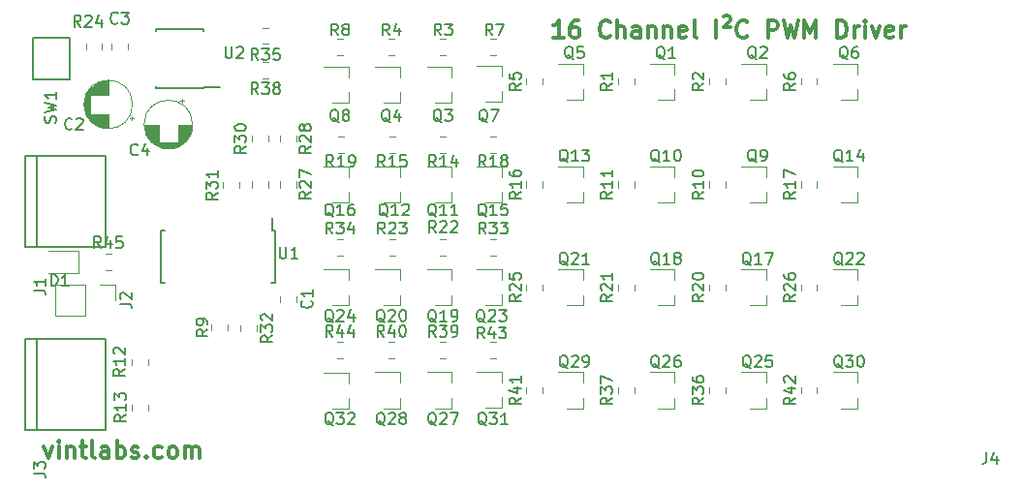
<source format=gbr>
G04 #@! TF.GenerationSoftware,KiCad,Pcbnew,5.0.0*
G04 #@! TF.CreationDate,2018-11-11T17:05:44-05:00*
G04 #@! TF.ProjectId,I2C_PWM_Driver,4932435F50574D5F4472697665722E6B,rev?*
G04 #@! TF.SameCoordinates,Original*
G04 #@! TF.FileFunction,Legend,Top*
G04 #@! TF.FilePolarity,Positive*
%FSLAX46Y46*%
G04 Gerber Fmt 4.6, Leading zero omitted, Abs format (unit mm)*
G04 Created by KiCad (PCBNEW 5.0.0) date Sun Nov 11 17:05:44 2018*
%MOMM*%
%LPD*%
G01*
G04 APERTURE LIST*
%ADD10C,0.300000*%
%ADD11C,0.120000*%
%ADD12C,0.150000*%
G04 APERTURE END LIST*
D10*
X75642857Y-86928571D02*
X76000000Y-87928571D01*
X76357142Y-86928571D01*
X76928571Y-87928571D02*
X76928571Y-86928571D01*
X76928571Y-86428571D02*
X76857142Y-86500000D01*
X76928571Y-86571428D01*
X77000000Y-86500000D01*
X76928571Y-86428571D01*
X76928571Y-86571428D01*
X77642857Y-86928571D02*
X77642857Y-87928571D01*
X77642857Y-87071428D02*
X77714285Y-87000000D01*
X77857142Y-86928571D01*
X78071428Y-86928571D01*
X78214285Y-87000000D01*
X78285714Y-87142857D01*
X78285714Y-87928571D01*
X78785714Y-86928571D02*
X79357142Y-86928571D01*
X79000000Y-86428571D02*
X79000000Y-87714285D01*
X79071428Y-87857142D01*
X79214285Y-87928571D01*
X79357142Y-87928571D01*
X80071428Y-87928571D02*
X79928571Y-87857142D01*
X79857142Y-87714285D01*
X79857142Y-86428571D01*
X81285714Y-87928571D02*
X81285714Y-87142857D01*
X81214285Y-87000000D01*
X81071428Y-86928571D01*
X80785714Y-86928571D01*
X80642857Y-87000000D01*
X81285714Y-87857142D02*
X81142857Y-87928571D01*
X80785714Y-87928571D01*
X80642857Y-87857142D01*
X80571428Y-87714285D01*
X80571428Y-87571428D01*
X80642857Y-87428571D01*
X80785714Y-87357142D01*
X81142857Y-87357142D01*
X81285714Y-87285714D01*
X82000000Y-87928571D02*
X82000000Y-86428571D01*
X82000000Y-87000000D02*
X82142857Y-86928571D01*
X82428571Y-86928571D01*
X82571428Y-87000000D01*
X82642857Y-87071428D01*
X82714285Y-87214285D01*
X82714285Y-87642857D01*
X82642857Y-87785714D01*
X82571428Y-87857142D01*
X82428571Y-87928571D01*
X82142857Y-87928571D01*
X82000000Y-87857142D01*
X83285714Y-87857142D02*
X83428571Y-87928571D01*
X83714285Y-87928571D01*
X83857142Y-87857142D01*
X83928571Y-87714285D01*
X83928571Y-87642857D01*
X83857142Y-87500000D01*
X83714285Y-87428571D01*
X83500000Y-87428571D01*
X83357142Y-87357142D01*
X83285714Y-87214285D01*
X83285714Y-87142857D01*
X83357142Y-87000000D01*
X83500000Y-86928571D01*
X83714285Y-86928571D01*
X83857142Y-87000000D01*
X84571428Y-87785714D02*
X84642857Y-87857142D01*
X84571428Y-87928571D01*
X84500000Y-87857142D01*
X84571428Y-87785714D01*
X84571428Y-87928571D01*
X85928571Y-87857142D02*
X85785714Y-87928571D01*
X85500000Y-87928571D01*
X85357142Y-87857142D01*
X85285714Y-87785714D01*
X85214285Y-87642857D01*
X85214285Y-87214285D01*
X85285714Y-87071428D01*
X85357142Y-87000000D01*
X85500000Y-86928571D01*
X85785714Y-86928571D01*
X85928571Y-87000000D01*
X86785714Y-87928571D02*
X86642857Y-87857142D01*
X86571428Y-87785714D01*
X86500000Y-87642857D01*
X86500000Y-87214285D01*
X86571428Y-87071428D01*
X86642857Y-87000000D01*
X86785714Y-86928571D01*
X87000000Y-86928571D01*
X87142857Y-87000000D01*
X87214285Y-87071428D01*
X87285714Y-87214285D01*
X87285714Y-87642857D01*
X87214285Y-87785714D01*
X87142857Y-87857142D01*
X87000000Y-87928571D01*
X86785714Y-87928571D01*
X87928571Y-87928571D02*
X87928571Y-86928571D01*
X87928571Y-87071428D02*
X88000000Y-87000000D01*
X88142857Y-86928571D01*
X88357142Y-86928571D01*
X88500000Y-87000000D01*
X88571428Y-87142857D01*
X88571428Y-87928571D01*
X88571428Y-87142857D02*
X88642857Y-87000000D01*
X88785714Y-86928571D01*
X89000000Y-86928571D01*
X89142857Y-87000000D01*
X89214285Y-87142857D01*
X89214285Y-87928571D01*
X121035714Y-51178571D02*
X120178571Y-51178571D01*
X120607142Y-51178571D02*
X120607142Y-49678571D01*
X120464285Y-49892857D01*
X120321428Y-50035714D01*
X120178571Y-50107142D01*
X122321428Y-49678571D02*
X122035714Y-49678571D01*
X121892857Y-49750000D01*
X121821428Y-49821428D01*
X121678571Y-50035714D01*
X121607142Y-50321428D01*
X121607142Y-50892857D01*
X121678571Y-51035714D01*
X121749999Y-51107142D01*
X121892857Y-51178571D01*
X122178571Y-51178571D01*
X122321428Y-51107142D01*
X122392857Y-51035714D01*
X122464285Y-50892857D01*
X122464285Y-50535714D01*
X122392857Y-50392857D01*
X122321428Y-50321428D01*
X122178571Y-50250000D01*
X121892857Y-50250000D01*
X121749999Y-50321428D01*
X121678571Y-50392857D01*
X121607142Y-50535714D01*
X125107142Y-51035714D02*
X125035714Y-51107142D01*
X124821428Y-51178571D01*
X124678571Y-51178571D01*
X124464285Y-51107142D01*
X124321428Y-50964285D01*
X124249999Y-50821428D01*
X124178571Y-50535714D01*
X124178571Y-50321428D01*
X124249999Y-50035714D01*
X124321428Y-49892857D01*
X124464285Y-49750000D01*
X124678571Y-49678571D01*
X124821428Y-49678571D01*
X125035714Y-49750000D01*
X125107142Y-49821428D01*
X125749999Y-51178571D02*
X125749999Y-49678571D01*
X126392857Y-51178571D02*
X126392857Y-50392857D01*
X126321428Y-50250000D01*
X126178571Y-50178571D01*
X125964285Y-50178571D01*
X125821428Y-50250000D01*
X125749999Y-50321428D01*
X127749999Y-51178571D02*
X127749999Y-50392857D01*
X127678571Y-50250000D01*
X127535714Y-50178571D01*
X127249999Y-50178571D01*
X127107142Y-50250000D01*
X127749999Y-51107142D02*
X127607142Y-51178571D01*
X127249999Y-51178571D01*
X127107142Y-51107142D01*
X127035714Y-50964285D01*
X127035714Y-50821428D01*
X127107142Y-50678571D01*
X127249999Y-50607142D01*
X127607142Y-50607142D01*
X127749999Y-50535714D01*
X128464285Y-50178571D02*
X128464285Y-51178571D01*
X128464285Y-50321428D02*
X128535714Y-50250000D01*
X128678571Y-50178571D01*
X128892857Y-50178571D01*
X129035714Y-50250000D01*
X129107142Y-50392857D01*
X129107142Y-51178571D01*
X129821428Y-50178571D02*
X129821428Y-51178571D01*
X129821428Y-50321428D02*
X129892857Y-50250000D01*
X130035714Y-50178571D01*
X130249999Y-50178571D01*
X130392857Y-50250000D01*
X130464285Y-50392857D01*
X130464285Y-51178571D01*
X131749999Y-51107142D02*
X131607142Y-51178571D01*
X131321428Y-51178571D01*
X131178571Y-51107142D01*
X131107142Y-50964285D01*
X131107142Y-50392857D01*
X131178571Y-50250000D01*
X131321428Y-50178571D01*
X131607142Y-50178571D01*
X131749999Y-50250000D01*
X131821428Y-50392857D01*
X131821428Y-50535714D01*
X131107142Y-50678571D01*
X132678571Y-51178571D02*
X132535714Y-51107142D01*
X132464285Y-50964285D01*
X132464285Y-49678571D01*
X134392857Y-51178571D02*
X134392857Y-49678571D01*
X135035714Y-49321428D02*
X135178571Y-49250000D01*
X135392857Y-49250000D01*
X135535714Y-49321428D01*
X135607142Y-49464285D01*
X135607142Y-49607142D01*
X135535714Y-49750000D01*
X135035714Y-50250000D01*
X135607142Y-50250000D01*
X137107142Y-51035714D02*
X137035714Y-51107142D01*
X136821428Y-51178571D01*
X136678571Y-51178571D01*
X136464285Y-51107142D01*
X136321428Y-50964285D01*
X136250000Y-50821428D01*
X136178571Y-50535714D01*
X136178571Y-50321428D01*
X136250000Y-50035714D01*
X136321428Y-49892857D01*
X136464285Y-49750000D01*
X136678571Y-49678571D01*
X136821428Y-49678571D01*
X137035714Y-49750000D01*
X137107142Y-49821428D01*
X138892857Y-51178571D02*
X138892857Y-49678571D01*
X139464285Y-49678571D01*
X139607142Y-49750000D01*
X139678571Y-49821428D01*
X139750000Y-49964285D01*
X139750000Y-50178571D01*
X139678571Y-50321428D01*
X139607142Y-50392857D01*
X139464285Y-50464285D01*
X138892857Y-50464285D01*
X140250000Y-49678571D02*
X140607142Y-51178571D01*
X140892857Y-50107142D01*
X141178571Y-51178571D01*
X141535714Y-49678571D01*
X142107142Y-51178571D02*
X142107142Y-49678571D01*
X142607142Y-50750000D01*
X143107142Y-49678571D01*
X143107142Y-51178571D01*
X144964285Y-51178571D02*
X144964285Y-49678571D01*
X145321428Y-49678571D01*
X145535714Y-49750000D01*
X145678571Y-49892857D01*
X145750000Y-50035714D01*
X145821428Y-50321428D01*
X145821428Y-50535714D01*
X145750000Y-50821428D01*
X145678571Y-50964285D01*
X145535714Y-51107142D01*
X145321428Y-51178571D01*
X144964285Y-51178571D01*
X146464285Y-51178571D02*
X146464285Y-50178571D01*
X146464285Y-50464285D02*
X146535714Y-50321428D01*
X146607142Y-50250000D01*
X146750000Y-50178571D01*
X146892857Y-50178571D01*
X147392857Y-51178571D02*
X147392857Y-50178571D01*
X147392857Y-49678571D02*
X147321428Y-49750000D01*
X147392857Y-49821428D01*
X147464285Y-49750000D01*
X147392857Y-49678571D01*
X147392857Y-49821428D01*
X147964285Y-50178571D02*
X148321428Y-51178571D01*
X148678571Y-50178571D01*
X149821428Y-51107142D02*
X149678571Y-51178571D01*
X149392857Y-51178571D01*
X149250000Y-51107142D01*
X149178571Y-50964285D01*
X149178571Y-50392857D01*
X149250000Y-50250000D01*
X149392857Y-50178571D01*
X149678571Y-50178571D01*
X149821428Y-50250000D01*
X149892857Y-50392857D01*
X149892857Y-50535714D01*
X149178571Y-50678571D01*
X150535714Y-51178571D02*
X150535714Y-50178571D01*
X150535714Y-50464285D02*
X150607142Y-50321428D01*
X150678571Y-50250000D01*
X150821428Y-50178571D01*
X150964285Y-50178571D01*
D11*
G04 #@! TO.C,D1*
X76000000Y-71710000D02*
X78685000Y-71710000D01*
X78685000Y-71710000D02*
X78685000Y-69790000D01*
X78685000Y-69790000D02*
X76000000Y-69790000D01*
G04 #@! TO.C,R45*
X80991422Y-70040000D02*
X81508578Y-70040000D01*
X80991422Y-71460000D02*
X81508578Y-71460000D01*
D12*
G04 #@! TO.C,J1*
X81000000Y-69500000D02*
X74000000Y-69500000D01*
X81000000Y-61500000D02*
X74000000Y-61500000D01*
X81000000Y-61500000D02*
X81000000Y-69500000D01*
X74000000Y-69500000D02*
X74000000Y-61500000D01*
X75000000Y-69500000D02*
X75000000Y-61500000D01*
G04 #@! TO.C,J3*
X81000000Y-85500000D02*
X74000000Y-85500000D01*
X81000000Y-77500000D02*
X74000000Y-77500000D01*
X81000000Y-77500000D02*
X81000000Y-85500000D01*
X74000000Y-85500000D02*
X74000000Y-77500000D01*
X75000000Y-85500000D02*
X75000000Y-77500000D01*
G04 #@! TO.C,SW1*
X74675000Y-54800000D02*
X77875000Y-54800000D01*
X77875000Y-51200000D02*
X74675000Y-51200000D01*
X74675000Y-51250000D02*
X74675000Y-54750000D01*
X77875000Y-51250000D02*
X77875000Y-54750000D01*
D11*
G04 #@! TO.C,J2*
X76630000Y-72770000D02*
X76630000Y-75430000D01*
X79230000Y-72770000D02*
X76630000Y-72770000D01*
X79230000Y-75430000D02*
X76630000Y-75430000D01*
X79230000Y-72770000D02*
X79230000Y-75430000D01*
X80500000Y-72770000D02*
X81830000Y-72770000D01*
X81830000Y-72770000D02*
X81830000Y-74100000D01*
D12*
G04 #@! TO.C,U2*
X89575000Y-55525000D02*
X90975000Y-55525000D01*
X89575000Y-50425000D02*
X85425000Y-50425000D01*
X89575000Y-55575000D02*
X85425000Y-55575000D01*
X89575000Y-50425000D02*
X89575000Y-50570000D01*
X85425000Y-50425000D02*
X85425000Y-50570000D01*
X85425000Y-55575000D02*
X85425000Y-55430000D01*
X89575000Y-55575000D02*
X89575000Y-55525000D01*
D11*
G04 #@! TO.C,C1*
X96290000Y-73741422D02*
X96290000Y-74258578D01*
X97710000Y-73741422D02*
X97710000Y-74258578D01*
G04 #@! TO.C,C3*
X82960000Y-51678922D02*
X82960000Y-52196078D01*
X81540000Y-51678922D02*
X81540000Y-52196078D01*
G04 #@! TO.C,C2*
X83319801Y-58395000D02*
X83319801Y-57995000D01*
X83519801Y-58195000D02*
X83119801Y-58195000D01*
X79169000Y-57370000D02*
X79169000Y-56630000D01*
X79209000Y-57537000D02*
X79209000Y-56463000D01*
X79249000Y-57664000D02*
X79249000Y-56336000D01*
X79289000Y-57768000D02*
X79289000Y-56232000D01*
X79329000Y-57859000D02*
X79329000Y-56141000D01*
X79369000Y-57940000D02*
X79369000Y-56060000D01*
X79409000Y-58013000D02*
X79409000Y-55987000D01*
X79449000Y-58080000D02*
X79449000Y-55920000D01*
X79489000Y-58142000D02*
X79489000Y-55858000D01*
X79529000Y-58200000D02*
X79529000Y-55800000D01*
X79569000Y-58254000D02*
X79569000Y-55746000D01*
X79609000Y-58304000D02*
X79609000Y-55696000D01*
X79649000Y-58351000D02*
X79649000Y-55649000D01*
X79689000Y-56160000D02*
X79689000Y-55604000D01*
X79689000Y-58396000D02*
X79689000Y-57840000D01*
X79729000Y-56160000D02*
X79729000Y-55562000D01*
X79729000Y-58438000D02*
X79729000Y-57840000D01*
X79769000Y-56160000D02*
X79769000Y-55522000D01*
X79769000Y-58478000D02*
X79769000Y-57840000D01*
X79809000Y-56160000D02*
X79809000Y-55484000D01*
X79809000Y-58516000D02*
X79809000Y-57840000D01*
X79849000Y-56160000D02*
X79849000Y-55448000D01*
X79849000Y-58552000D02*
X79849000Y-57840000D01*
X79889000Y-56160000D02*
X79889000Y-55413000D01*
X79889000Y-58587000D02*
X79889000Y-57840000D01*
X79929000Y-56160000D02*
X79929000Y-55381000D01*
X79929000Y-58619000D02*
X79929000Y-57840000D01*
X79969000Y-56160000D02*
X79969000Y-55350000D01*
X79969000Y-58650000D02*
X79969000Y-57840000D01*
X80009000Y-56160000D02*
X80009000Y-55320000D01*
X80009000Y-58680000D02*
X80009000Y-57840000D01*
X80049000Y-56160000D02*
X80049000Y-55292000D01*
X80049000Y-58708000D02*
X80049000Y-57840000D01*
X80089000Y-56160000D02*
X80089000Y-55265000D01*
X80089000Y-58735000D02*
X80089000Y-57840000D01*
X80129000Y-56160000D02*
X80129000Y-55240000D01*
X80129000Y-58760000D02*
X80129000Y-57840000D01*
X80169000Y-56160000D02*
X80169000Y-55215000D01*
X80169000Y-58785000D02*
X80169000Y-57840000D01*
X80209000Y-56160000D02*
X80209000Y-55192000D01*
X80209000Y-58808000D02*
X80209000Y-57840000D01*
X80249000Y-56160000D02*
X80249000Y-55170000D01*
X80249000Y-58830000D02*
X80249000Y-57840000D01*
X80289000Y-56160000D02*
X80289000Y-55149000D01*
X80289000Y-58851000D02*
X80289000Y-57840000D01*
X80329000Y-56160000D02*
X80329000Y-55130000D01*
X80329000Y-58870000D02*
X80329000Y-57840000D01*
X80369000Y-56160000D02*
X80369000Y-55111000D01*
X80369000Y-58889000D02*
X80369000Y-57840000D01*
X80409000Y-56160000D02*
X80409000Y-55093000D01*
X80409000Y-58907000D02*
X80409000Y-57840000D01*
X80449000Y-56160000D02*
X80449000Y-55076000D01*
X80449000Y-58924000D02*
X80449000Y-57840000D01*
X80489000Y-56160000D02*
X80489000Y-55060000D01*
X80489000Y-58940000D02*
X80489000Y-57840000D01*
X80529000Y-56160000D02*
X80529000Y-55046000D01*
X80529000Y-58954000D02*
X80529000Y-57840000D01*
X80570000Y-56160000D02*
X80570000Y-55032000D01*
X80570000Y-58968000D02*
X80570000Y-57840000D01*
X80610000Y-56160000D02*
X80610000Y-55018000D01*
X80610000Y-58982000D02*
X80610000Y-57840000D01*
X80650000Y-56160000D02*
X80650000Y-55006000D01*
X80650000Y-58994000D02*
X80650000Y-57840000D01*
X80690000Y-56160000D02*
X80690000Y-54995000D01*
X80690000Y-59005000D02*
X80690000Y-57840000D01*
X80730000Y-56160000D02*
X80730000Y-54984000D01*
X80730000Y-59016000D02*
X80730000Y-57840000D01*
X80770000Y-56160000D02*
X80770000Y-54975000D01*
X80770000Y-59025000D02*
X80770000Y-57840000D01*
X80810000Y-56160000D02*
X80810000Y-54966000D01*
X80810000Y-59034000D02*
X80810000Y-57840000D01*
X80850000Y-56160000D02*
X80850000Y-54958000D01*
X80850000Y-59042000D02*
X80850000Y-57840000D01*
X80890000Y-56160000D02*
X80890000Y-54950000D01*
X80890000Y-59050000D02*
X80890000Y-57840000D01*
X80930000Y-56160000D02*
X80930000Y-54944000D01*
X80930000Y-59056000D02*
X80930000Y-57840000D01*
X80970000Y-56160000D02*
X80970000Y-54938000D01*
X80970000Y-59062000D02*
X80970000Y-57840000D01*
X81010000Y-56160000D02*
X81010000Y-54933000D01*
X81010000Y-59067000D02*
X81010000Y-57840000D01*
X81050000Y-56160000D02*
X81050000Y-54929000D01*
X81050000Y-59071000D02*
X81050000Y-57840000D01*
X81090000Y-56160000D02*
X81090000Y-54926000D01*
X81090000Y-59074000D02*
X81090000Y-57840000D01*
X81130000Y-56160000D02*
X81130000Y-54923000D01*
X81130000Y-59077000D02*
X81130000Y-57840000D01*
X81170000Y-59079000D02*
X81170000Y-57840000D01*
X81170000Y-56160000D02*
X81170000Y-54921000D01*
X81210000Y-59080000D02*
X81210000Y-57840000D01*
X81210000Y-56160000D02*
X81210000Y-54920000D01*
X81250000Y-59080000D02*
X81250000Y-57840000D01*
X81250000Y-56160000D02*
X81250000Y-54920000D01*
X83370000Y-57000000D02*
G75*
G03X83370000Y-57000000I-2120000J0D01*
G01*
G04 #@! TO.C,C4*
X88620000Y-58750000D02*
G75*
G03X88620000Y-58750000I-2120000J0D01*
G01*
X85660000Y-58750000D02*
X84420000Y-58750000D01*
X88580000Y-58750000D02*
X87340000Y-58750000D01*
X85660000Y-58790000D02*
X84420000Y-58790000D01*
X88580000Y-58790000D02*
X87340000Y-58790000D01*
X85660000Y-58830000D02*
X84421000Y-58830000D01*
X88579000Y-58830000D02*
X87340000Y-58830000D01*
X88577000Y-58870000D02*
X87340000Y-58870000D01*
X85660000Y-58870000D02*
X84423000Y-58870000D01*
X88574000Y-58910000D02*
X87340000Y-58910000D01*
X85660000Y-58910000D02*
X84426000Y-58910000D01*
X88571000Y-58950000D02*
X87340000Y-58950000D01*
X85660000Y-58950000D02*
X84429000Y-58950000D01*
X88567000Y-58990000D02*
X87340000Y-58990000D01*
X85660000Y-58990000D02*
X84433000Y-58990000D01*
X88562000Y-59030000D02*
X87340000Y-59030000D01*
X85660000Y-59030000D02*
X84438000Y-59030000D01*
X88556000Y-59070000D02*
X87340000Y-59070000D01*
X85660000Y-59070000D02*
X84444000Y-59070000D01*
X88550000Y-59110000D02*
X87340000Y-59110000D01*
X85660000Y-59110000D02*
X84450000Y-59110000D01*
X88542000Y-59150000D02*
X87340000Y-59150000D01*
X85660000Y-59150000D02*
X84458000Y-59150000D01*
X88534000Y-59190000D02*
X87340000Y-59190000D01*
X85660000Y-59190000D02*
X84466000Y-59190000D01*
X88525000Y-59230000D02*
X87340000Y-59230000D01*
X85660000Y-59230000D02*
X84475000Y-59230000D01*
X88516000Y-59270000D02*
X87340000Y-59270000D01*
X85660000Y-59270000D02*
X84484000Y-59270000D01*
X88505000Y-59310000D02*
X87340000Y-59310000D01*
X85660000Y-59310000D02*
X84495000Y-59310000D01*
X88494000Y-59350000D02*
X87340000Y-59350000D01*
X85660000Y-59350000D02*
X84506000Y-59350000D01*
X88482000Y-59390000D02*
X87340000Y-59390000D01*
X85660000Y-59390000D02*
X84518000Y-59390000D01*
X88468000Y-59430000D02*
X87340000Y-59430000D01*
X85660000Y-59430000D02*
X84532000Y-59430000D01*
X88454000Y-59471000D02*
X87340000Y-59471000D01*
X85660000Y-59471000D02*
X84546000Y-59471000D01*
X88440000Y-59511000D02*
X87340000Y-59511000D01*
X85660000Y-59511000D02*
X84560000Y-59511000D01*
X88424000Y-59551000D02*
X87340000Y-59551000D01*
X85660000Y-59551000D02*
X84576000Y-59551000D01*
X88407000Y-59591000D02*
X87340000Y-59591000D01*
X85660000Y-59591000D02*
X84593000Y-59591000D01*
X88389000Y-59631000D02*
X87340000Y-59631000D01*
X85660000Y-59631000D02*
X84611000Y-59631000D01*
X88370000Y-59671000D02*
X87340000Y-59671000D01*
X85660000Y-59671000D02*
X84630000Y-59671000D01*
X88351000Y-59711000D02*
X87340000Y-59711000D01*
X85660000Y-59711000D02*
X84649000Y-59711000D01*
X88330000Y-59751000D02*
X87340000Y-59751000D01*
X85660000Y-59751000D02*
X84670000Y-59751000D01*
X88308000Y-59791000D02*
X87340000Y-59791000D01*
X85660000Y-59791000D02*
X84692000Y-59791000D01*
X88285000Y-59831000D02*
X87340000Y-59831000D01*
X85660000Y-59831000D02*
X84715000Y-59831000D01*
X88260000Y-59871000D02*
X87340000Y-59871000D01*
X85660000Y-59871000D02*
X84740000Y-59871000D01*
X88235000Y-59911000D02*
X87340000Y-59911000D01*
X85660000Y-59911000D02*
X84765000Y-59911000D01*
X88208000Y-59951000D02*
X87340000Y-59951000D01*
X85660000Y-59951000D02*
X84792000Y-59951000D01*
X88180000Y-59991000D02*
X87340000Y-59991000D01*
X85660000Y-59991000D02*
X84820000Y-59991000D01*
X88150000Y-60031000D02*
X87340000Y-60031000D01*
X85660000Y-60031000D02*
X84850000Y-60031000D01*
X88119000Y-60071000D02*
X87340000Y-60071000D01*
X85660000Y-60071000D02*
X84881000Y-60071000D01*
X88087000Y-60111000D02*
X87340000Y-60111000D01*
X85660000Y-60111000D02*
X84913000Y-60111000D01*
X88052000Y-60151000D02*
X87340000Y-60151000D01*
X85660000Y-60151000D02*
X84948000Y-60151000D01*
X88016000Y-60191000D02*
X87340000Y-60191000D01*
X85660000Y-60191000D02*
X84984000Y-60191000D01*
X87978000Y-60231000D02*
X87340000Y-60231000D01*
X85660000Y-60231000D02*
X85022000Y-60231000D01*
X87938000Y-60271000D02*
X87340000Y-60271000D01*
X85660000Y-60271000D02*
X85062000Y-60271000D01*
X87896000Y-60311000D02*
X87340000Y-60311000D01*
X85660000Y-60311000D02*
X85104000Y-60311000D01*
X87851000Y-60351000D02*
X85149000Y-60351000D01*
X87804000Y-60391000D02*
X85196000Y-60391000D01*
X87754000Y-60431000D02*
X85246000Y-60431000D01*
X87700000Y-60471000D02*
X85300000Y-60471000D01*
X87642000Y-60511000D02*
X85358000Y-60511000D01*
X87580000Y-60551000D02*
X85420000Y-60551000D01*
X87513000Y-60591000D02*
X85487000Y-60591000D01*
X87440000Y-60631000D02*
X85560000Y-60631000D01*
X87359000Y-60671000D02*
X85641000Y-60671000D01*
X87268000Y-60711000D02*
X85732000Y-60711000D01*
X87164000Y-60751000D02*
X85836000Y-60751000D01*
X87037000Y-60791000D02*
X85963000Y-60791000D01*
X86870000Y-60831000D02*
X86130000Y-60831000D01*
X87695000Y-56480199D02*
X87695000Y-56880199D01*
X87895000Y-56680199D02*
X87495000Y-56680199D01*
D12*
G04 #@! TO.C,U1*
X95828957Y-67982857D02*
X95603957Y-67982857D01*
X95828957Y-72632857D02*
X95503957Y-72632857D01*
X85878957Y-72632857D02*
X86203957Y-72632857D01*
X85878957Y-67982857D02*
X86203957Y-67982857D01*
X95828957Y-67982857D02*
X95828957Y-72632857D01*
X85878957Y-67982857D02*
X85878957Y-72632857D01*
X95603957Y-67982857D02*
X95603957Y-66907857D01*
D11*
G04 #@! TO.C,Q20*
X106760000Y-74580000D02*
X105300000Y-74580000D01*
X106760000Y-71420000D02*
X104600000Y-71420000D01*
X106760000Y-71420000D02*
X106760000Y-72350000D01*
X106760000Y-74580000D02*
X106760000Y-73650000D01*
G04 #@! TO.C,Q7*
X115635000Y-56780000D02*
X115635000Y-55850000D01*
X115635000Y-53620000D02*
X115635000Y-54550000D01*
X115635000Y-53620000D02*
X113475000Y-53620000D01*
X115635000Y-56780000D02*
X114175000Y-56780000D01*
G04 #@! TO.C,Q6*
X146760000Y-56580000D02*
X145300000Y-56580000D01*
X146760000Y-53420000D02*
X144600000Y-53420000D01*
X146760000Y-53420000D02*
X146760000Y-54350000D01*
X146760000Y-56580000D02*
X146760000Y-55650000D01*
G04 #@! TO.C,Q5*
X122760000Y-56580000D02*
X122760000Y-55650000D01*
X122760000Y-53420000D02*
X122760000Y-54350000D01*
X122760000Y-53420000D02*
X120600000Y-53420000D01*
X122760000Y-56580000D02*
X121300000Y-56580000D01*
G04 #@! TO.C,Q4*
X106760000Y-56830000D02*
X105300000Y-56830000D01*
X106760000Y-53670000D02*
X104600000Y-53670000D01*
X106760000Y-53670000D02*
X106760000Y-54600000D01*
X106760000Y-56830000D02*
X106760000Y-55900000D01*
G04 #@! TO.C,Q3*
X111260000Y-56830000D02*
X111260000Y-55900000D01*
X111260000Y-53670000D02*
X111260000Y-54600000D01*
X111260000Y-53670000D02*
X109100000Y-53670000D01*
X111260000Y-56830000D02*
X109800000Y-56830000D01*
G04 #@! TO.C,Q2*
X138760000Y-56580000D02*
X137300000Y-56580000D01*
X138760000Y-53420000D02*
X136600000Y-53420000D01*
X138760000Y-53420000D02*
X138760000Y-54350000D01*
X138760000Y-56580000D02*
X138760000Y-55650000D01*
G04 #@! TO.C,Q8*
X102260000Y-56830000D02*
X102260000Y-55900000D01*
X102260000Y-53670000D02*
X102260000Y-54600000D01*
X102260000Y-53670000D02*
X100100000Y-53670000D01*
X102260000Y-56830000D02*
X100800000Y-56830000D01*
G04 #@! TO.C,Q1*
X130760000Y-56580000D02*
X129300000Y-56580000D01*
X130760000Y-53420000D02*
X128600000Y-53420000D01*
X130760000Y-53420000D02*
X130760000Y-54350000D01*
X130760000Y-56580000D02*
X130760000Y-55650000D01*
G04 #@! TO.C,Q17*
X138760000Y-74580000D02*
X137300000Y-74580000D01*
X138760000Y-71420000D02*
X136600000Y-71420000D01*
X138760000Y-71420000D02*
X138760000Y-72350000D01*
X138760000Y-74580000D02*
X138760000Y-73650000D01*
G04 #@! TO.C,Q19*
X111260000Y-74580000D02*
X109800000Y-74580000D01*
X111260000Y-71420000D02*
X109100000Y-71420000D01*
X111260000Y-71420000D02*
X111260000Y-72350000D01*
X111260000Y-74580000D02*
X111260000Y-73650000D01*
G04 #@! TO.C,Q24*
X102260000Y-74580000D02*
X100800000Y-74580000D01*
X102260000Y-71420000D02*
X100100000Y-71420000D01*
X102260000Y-71420000D02*
X102260000Y-72350000D01*
X102260000Y-74580000D02*
X102260000Y-73650000D01*
G04 #@! TO.C,Q23*
X115635000Y-74578551D02*
X114175000Y-74578551D01*
X115635000Y-71418551D02*
X113475000Y-71418551D01*
X115635000Y-71418551D02*
X115635000Y-72348551D01*
X115635000Y-74578551D02*
X115635000Y-73648551D01*
G04 #@! TO.C,Q22*
X146760000Y-74580000D02*
X145300000Y-74580000D01*
X146760000Y-71420000D02*
X144600000Y-71420000D01*
X146760000Y-71420000D02*
X146760000Y-72350000D01*
X146760000Y-74580000D02*
X146760000Y-73650000D01*
G04 #@! TO.C,Q18*
X130760000Y-74580000D02*
X129300000Y-74580000D01*
X130760000Y-71420000D02*
X128600000Y-71420000D01*
X130760000Y-71420000D02*
X130760000Y-72350000D01*
X130760000Y-74580000D02*
X130760000Y-73650000D01*
G04 #@! TO.C,Q21*
X122760000Y-74580000D02*
X121300000Y-74580000D01*
X122760000Y-71420000D02*
X120600000Y-71420000D01*
X122760000Y-71420000D02*
X122760000Y-72350000D01*
X122760000Y-74580000D02*
X122760000Y-73650000D01*
G04 #@! TO.C,Q16*
X102260000Y-65561049D02*
X100800000Y-65561049D01*
X102260000Y-62401049D02*
X100100000Y-62401049D01*
X102260000Y-62401049D02*
X102260000Y-63331049D01*
X102260000Y-65561049D02*
X102260000Y-64631049D01*
G04 #@! TO.C,Q10*
X130760000Y-65580000D02*
X130760000Y-64650000D01*
X130760000Y-62420000D02*
X130760000Y-63350000D01*
X130760000Y-62420000D02*
X128600000Y-62420000D01*
X130760000Y-65580000D02*
X129300000Y-65580000D01*
G04 #@! TO.C,Q9*
X138760000Y-65580000D02*
X137300000Y-65580000D01*
X138760000Y-62420000D02*
X136600000Y-62420000D01*
X138760000Y-62420000D02*
X138760000Y-63350000D01*
X138760000Y-65580000D02*
X138760000Y-64650000D01*
G04 #@! TO.C,Q11*
X111260000Y-65580000D02*
X111260000Y-64650000D01*
X111260000Y-62420000D02*
X111260000Y-63350000D01*
X111260000Y-62420000D02*
X109100000Y-62420000D01*
X111260000Y-65580000D02*
X109800000Y-65580000D01*
G04 #@! TO.C,Q12*
X106760000Y-65580000D02*
X105300000Y-65580000D01*
X106760000Y-62420000D02*
X104600000Y-62420000D01*
X106760000Y-62420000D02*
X106760000Y-63350000D01*
X106760000Y-65580000D02*
X106760000Y-64650000D01*
G04 #@! TO.C,Q13*
X122760000Y-65580000D02*
X122760000Y-64650000D01*
X122760000Y-62420000D02*
X122760000Y-63350000D01*
X122760000Y-62420000D02*
X120600000Y-62420000D01*
X122760000Y-65580000D02*
X121300000Y-65580000D01*
G04 #@! TO.C,Q14*
X146760000Y-65580000D02*
X145300000Y-65580000D01*
X146760000Y-62420000D02*
X144600000Y-62420000D01*
X146760000Y-62420000D02*
X146760000Y-63350000D01*
X146760000Y-65580000D02*
X146760000Y-64650000D01*
G04 #@! TO.C,Q15*
X115635000Y-65580000D02*
X114175000Y-65580000D01*
X115635000Y-62420000D02*
X113475000Y-62420000D01*
X115635000Y-62420000D02*
X115635000Y-63350000D01*
X115635000Y-65580000D02*
X115635000Y-64650000D01*
G04 #@! TO.C,Q32*
X102260000Y-83603426D02*
X100800000Y-83603426D01*
X102260000Y-80443426D02*
X100100000Y-80443426D01*
X102260000Y-80443426D02*
X102260000Y-81373426D01*
X102260000Y-83603426D02*
X102260000Y-82673426D01*
G04 #@! TO.C,Q31*
X115635000Y-83535372D02*
X115635000Y-82605372D01*
X115635000Y-80375372D02*
X115635000Y-81305372D01*
X115635000Y-80375372D02*
X113475000Y-80375372D01*
X115635000Y-83535372D02*
X114175000Y-83535372D01*
G04 #@! TO.C,Q30*
X146760000Y-83580000D02*
X145300000Y-83580000D01*
X146760000Y-80420000D02*
X144600000Y-80420000D01*
X146760000Y-80420000D02*
X146760000Y-81350000D01*
X146760000Y-83580000D02*
X146760000Y-82650000D01*
G04 #@! TO.C,Q29*
X122760000Y-83580000D02*
X122760000Y-82650000D01*
X122760000Y-80420000D02*
X122760000Y-81350000D01*
X122760000Y-80420000D02*
X120600000Y-80420000D01*
X122760000Y-83580000D02*
X121300000Y-83580000D01*
G04 #@! TO.C,Q27*
X111260000Y-83580000D02*
X109800000Y-83580000D01*
X111260000Y-80420000D02*
X109100000Y-80420000D01*
X111260000Y-80420000D02*
X111260000Y-81350000D01*
X111260000Y-83580000D02*
X111260000Y-82650000D01*
G04 #@! TO.C,Q26*
X130760000Y-83580000D02*
X130760000Y-82650000D01*
X130760000Y-80420000D02*
X130760000Y-81350000D01*
X130760000Y-80420000D02*
X128600000Y-80420000D01*
X130760000Y-83580000D02*
X129300000Y-83580000D01*
G04 #@! TO.C,Q25*
X138760000Y-83580000D02*
X137300000Y-83580000D01*
X138760000Y-80420000D02*
X136600000Y-80420000D01*
X138760000Y-80420000D02*
X138760000Y-81350000D01*
X138760000Y-83580000D02*
X138760000Y-82650000D01*
G04 #@! TO.C,Q28*
X106760000Y-83576835D02*
X106760000Y-82646835D01*
X106760000Y-80416835D02*
X106760000Y-81346835D01*
X106760000Y-80416835D02*
X104600000Y-80416835D01*
X106760000Y-83576835D02*
X105300000Y-83576835D01*
G04 #@! TO.C,R5*
X119210000Y-55258578D02*
X119210000Y-54741422D01*
X117790000Y-55258578D02*
X117790000Y-54741422D01*
G04 #@! TO.C,R3*
X110261422Y-51290000D02*
X110778578Y-51290000D01*
X110261422Y-52710000D02*
X110778578Y-52710000D01*
G04 #@! TO.C,R2*
X135210000Y-55258578D02*
X135210000Y-54741422D01*
X133790000Y-55258578D02*
X133790000Y-54741422D01*
G04 #@! TO.C,R32*
X94210000Y-76303922D02*
X94210000Y-76821078D01*
X92790000Y-76303922D02*
X92790000Y-76821078D01*
G04 #@! TO.C,R16*
X119210000Y-64258578D02*
X119210000Y-63741422D01*
X117790000Y-64258578D02*
X117790000Y-63741422D01*
G04 #@! TO.C,R17*
X141790000Y-64258578D02*
X141790000Y-63741422D01*
X143210000Y-64258578D02*
X143210000Y-63741422D01*
G04 #@! TO.C,R18*
X115153578Y-59790000D02*
X114636422Y-59790000D01*
X115153578Y-61210000D02*
X114636422Y-61210000D01*
G04 #@! TO.C,R19*
X101821078Y-61210000D02*
X101303922Y-61210000D01*
X101821078Y-59790000D02*
X101303922Y-59790000D01*
G04 #@! TO.C,R20*
X135210000Y-73258578D02*
X135210000Y-72741422D01*
X133790000Y-73258578D02*
X133790000Y-72741422D01*
G04 #@! TO.C,R22*
X110778578Y-70210000D02*
X110261422Y-70210000D01*
X110778578Y-68790000D02*
X110261422Y-68790000D01*
G04 #@! TO.C,R4*
X105741422Y-52710000D02*
X106258578Y-52710000D01*
X105741422Y-51290000D02*
X106258578Y-51290000D01*
G04 #@! TO.C,R6*
X141790000Y-55258578D02*
X141790000Y-54741422D01*
X143210000Y-55258578D02*
X143210000Y-54741422D01*
G04 #@! TO.C,R7*
X115153578Y-51290000D02*
X114636422Y-51290000D01*
X115153578Y-52710000D02*
X114636422Y-52710000D01*
G04 #@! TO.C,R8*
X101241422Y-51290000D02*
X101758578Y-51290000D01*
X101241422Y-52710000D02*
X101758578Y-52710000D01*
G04 #@! TO.C,R9*
X90290000Y-76241422D02*
X90290000Y-76758578D01*
X91710000Y-76241422D02*
X91710000Y-76758578D01*
G04 #@! TO.C,R10*
X133790000Y-64258578D02*
X133790000Y-63741422D01*
X135210000Y-64258578D02*
X135210000Y-63741422D01*
G04 #@! TO.C,R11*
X127210000Y-64258578D02*
X127210000Y-63741422D01*
X125790000Y-64258578D02*
X125790000Y-63741422D01*
G04 #@! TO.C,R12*
X84710000Y-79241422D02*
X84710000Y-79758578D01*
X83290000Y-79241422D02*
X83290000Y-79758578D01*
G04 #@! TO.C,R13*
X84710000Y-83758578D02*
X84710000Y-83241422D01*
X83290000Y-83758578D02*
X83290000Y-83241422D01*
G04 #@! TO.C,R14*
X110778578Y-61210000D02*
X110261422Y-61210000D01*
X110778578Y-59790000D02*
X110261422Y-59790000D01*
G04 #@! TO.C,R1*
X127210000Y-55258578D02*
X127210000Y-54741422D01*
X125790000Y-55258578D02*
X125790000Y-54741422D01*
G04 #@! TO.C,R21*
X125790000Y-73258578D02*
X125790000Y-72741422D01*
X127210000Y-73258578D02*
X127210000Y-72741422D01*
G04 #@! TO.C,R36*
X135210000Y-82258578D02*
X135210000Y-81741422D01*
X133790000Y-82258578D02*
X133790000Y-81741422D01*
G04 #@! TO.C,R37*
X125790000Y-82258578D02*
X125790000Y-81741422D01*
X127210000Y-82258578D02*
X127210000Y-81741422D01*
G04 #@! TO.C,R38*
X95258578Y-53290000D02*
X94741422Y-53290000D01*
X95258578Y-54710000D02*
X94741422Y-54710000D01*
G04 #@! TO.C,R39*
X110261422Y-77790000D02*
X110778578Y-77790000D01*
X110261422Y-79210000D02*
X110778578Y-79210000D01*
G04 #@! TO.C,R40*
X105741422Y-79210000D02*
X106258578Y-79210000D01*
X105741422Y-77790000D02*
X106258578Y-77790000D01*
G04 #@! TO.C,R41*
X117790000Y-82258578D02*
X117790000Y-81741422D01*
X119210000Y-82258578D02*
X119210000Y-81741422D01*
G04 #@! TO.C,R42*
X143210000Y-82258578D02*
X143210000Y-81741422D01*
X141790000Y-82258578D02*
X141790000Y-81741422D01*
G04 #@! TO.C,R43*
X115153578Y-79210000D02*
X114636422Y-79210000D01*
X115153578Y-77790000D02*
X114636422Y-77790000D01*
G04 #@! TO.C,R44*
X101241422Y-79210000D02*
X101758578Y-79210000D01*
X101241422Y-77790000D02*
X101758578Y-77790000D01*
G04 #@! TO.C,R35*
X95258578Y-51710000D02*
X94741422Y-51710000D01*
X95258578Y-50290000D02*
X94741422Y-50290000D01*
G04 #@! TO.C,R34*
X101241422Y-70210000D02*
X101758578Y-70210000D01*
X101241422Y-68790000D02*
X101758578Y-68790000D01*
G04 #@! TO.C,R33*
X114636422Y-68790000D02*
X115153578Y-68790000D01*
X114636422Y-70210000D02*
X115153578Y-70210000D01*
G04 #@! TO.C,R31*
X92710000Y-64321078D02*
X92710000Y-63803922D01*
X91290000Y-64321078D02*
X91290000Y-63803922D01*
G04 #@! TO.C,R30*
X93790000Y-60258578D02*
X93790000Y-59741422D01*
X95210000Y-60258578D02*
X95210000Y-59741422D01*
G04 #@! TO.C,R29*
X95210000Y-64258578D02*
X95210000Y-63741422D01*
X93790000Y-64258578D02*
X93790000Y-63741422D01*
G04 #@! TO.C,R28*
X96290000Y-60258578D02*
X96290000Y-59741422D01*
X97710000Y-60258578D02*
X97710000Y-59741422D01*
G04 #@! TO.C,R27*
X97710000Y-64258578D02*
X97710000Y-63741422D01*
X96290000Y-64258578D02*
X96290000Y-63741422D01*
G04 #@! TO.C,R26*
X141790000Y-73258578D02*
X141790000Y-72741422D01*
X143210000Y-73258578D02*
X143210000Y-72741422D01*
G04 #@! TO.C,R25*
X119210000Y-73258578D02*
X119210000Y-72741422D01*
X117790000Y-73258578D02*
X117790000Y-72741422D01*
G04 #@! TO.C,R24*
X80710000Y-51678922D02*
X80710000Y-52196078D01*
X79290000Y-51678922D02*
X79290000Y-52196078D01*
G04 #@! TO.C,R15*
X106321078Y-59790000D02*
X105803922Y-59790000D01*
X106321078Y-61210000D02*
X105803922Y-61210000D01*
G04 #@! TO.C,R23*
X105803922Y-68790000D02*
X106321078Y-68790000D01*
X105803922Y-70210000D02*
X106321078Y-70210000D01*
G04 #@! TO.C,D1*
D12*
X76261904Y-72852380D02*
X76261904Y-71852380D01*
X76500000Y-71852380D01*
X76642857Y-71900000D01*
X76738095Y-71995238D01*
X76785714Y-72090476D01*
X76833333Y-72280952D01*
X76833333Y-72423809D01*
X76785714Y-72614285D01*
X76738095Y-72709523D01*
X76642857Y-72804761D01*
X76500000Y-72852380D01*
X76261904Y-72852380D01*
X77785714Y-72852380D02*
X77214285Y-72852380D01*
X77500000Y-72852380D02*
X77500000Y-71852380D01*
X77404761Y-71995238D01*
X77309523Y-72090476D01*
X77214285Y-72138095D01*
G04 #@! TO.C,R45*
X80607142Y-69552380D02*
X80273809Y-69076190D01*
X80035714Y-69552380D02*
X80035714Y-68552380D01*
X80416666Y-68552380D01*
X80511904Y-68600000D01*
X80559523Y-68647619D01*
X80607142Y-68742857D01*
X80607142Y-68885714D01*
X80559523Y-68980952D01*
X80511904Y-69028571D01*
X80416666Y-69076190D01*
X80035714Y-69076190D01*
X81464285Y-68885714D02*
X81464285Y-69552380D01*
X81226190Y-68504761D02*
X80988095Y-69219047D01*
X81607142Y-69219047D01*
X82464285Y-68552380D02*
X81988095Y-68552380D01*
X81940476Y-69028571D01*
X81988095Y-68980952D01*
X82083333Y-68933333D01*
X82321428Y-68933333D01*
X82416666Y-68980952D01*
X82464285Y-69028571D01*
X82511904Y-69123809D01*
X82511904Y-69361904D01*
X82464285Y-69457142D01*
X82416666Y-69504761D01*
X82321428Y-69552380D01*
X82083333Y-69552380D01*
X81988095Y-69504761D01*
X81940476Y-69457142D01*
G04 #@! TO.C,J1*
X74752380Y-73233333D02*
X75466666Y-73233333D01*
X75609523Y-73280952D01*
X75704761Y-73376190D01*
X75752380Y-73519047D01*
X75752380Y-73614285D01*
X75752380Y-72233333D02*
X75752380Y-72804761D01*
X75752380Y-72519047D02*
X74752380Y-72519047D01*
X74895238Y-72614285D01*
X74990476Y-72709523D01*
X75038095Y-72804761D01*
G04 #@! TO.C,J3*
X74752380Y-89233333D02*
X75466666Y-89233333D01*
X75609523Y-89280952D01*
X75704761Y-89376190D01*
X75752380Y-89519047D01*
X75752380Y-89614285D01*
X74752380Y-88852380D02*
X74752380Y-88233333D01*
X75133333Y-88566666D01*
X75133333Y-88423809D01*
X75180952Y-88328571D01*
X75228571Y-88280952D01*
X75323809Y-88233333D01*
X75561904Y-88233333D01*
X75657142Y-88280952D01*
X75704761Y-88328571D01*
X75752380Y-88423809D01*
X75752380Y-88709523D01*
X75704761Y-88804761D01*
X75657142Y-88852380D01*
G04 #@! TO.C,SW1*
X76654761Y-58583333D02*
X76702380Y-58440476D01*
X76702380Y-58202380D01*
X76654761Y-58107142D01*
X76607142Y-58059523D01*
X76511904Y-58011904D01*
X76416666Y-58011904D01*
X76321428Y-58059523D01*
X76273809Y-58107142D01*
X76226190Y-58202380D01*
X76178571Y-58392857D01*
X76130952Y-58488095D01*
X76083333Y-58535714D01*
X75988095Y-58583333D01*
X75892857Y-58583333D01*
X75797619Y-58535714D01*
X75750000Y-58488095D01*
X75702380Y-58392857D01*
X75702380Y-58154761D01*
X75750000Y-58011904D01*
X75702380Y-57678571D02*
X76702380Y-57440476D01*
X75988095Y-57250000D01*
X76702380Y-57059523D01*
X75702380Y-56821428D01*
X76702380Y-55916666D02*
X76702380Y-56488095D01*
X76702380Y-56202380D02*
X75702380Y-56202380D01*
X75845238Y-56297619D01*
X75940476Y-56392857D01*
X75988095Y-56488095D01*
G04 #@! TO.C,J2*
X82282380Y-74433333D02*
X82996666Y-74433333D01*
X83139523Y-74480952D01*
X83234761Y-74576190D01*
X83282380Y-74719047D01*
X83282380Y-74814285D01*
X82377619Y-74004761D02*
X82330000Y-73957142D01*
X82282380Y-73861904D01*
X82282380Y-73623809D01*
X82330000Y-73528571D01*
X82377619Y-73480952D01*
X82472857Y-73433333D01*
X82568095Y-73433333D01*
X82710952Y-73480952D01*
X83282380Y-74052380D01*
X83282380Y-73433333D01*
G04 #@! TO.C,U2*
X91488095Y-51952380D02*
X91488095Y-52761904D01*
X91535714Y-52857142D01*
X91583333Y-52904761D01*
X91678571Y-52952380D01*
X91869047Y-52952380D01*
X91964285Y-52904761D01*
X92011904Y-52857142D01*
X92059523Y-52761904D01*
X92059523Y-51952380D01*
X92488095Y-52047619D02*
X92535714Y-52000000D01*
X92630952Y-51952380D01*
X92869047Y-51952380D01*
X92964285Y-52000000D01*
X93011904Y-52047619D01*
X93059523Y-52142857D01*
X93059523Y-52238095D01*
X93011904Y-52380952D01*
X92440476Y-52952380D01*
X93059523Y-52952380D01*
G04 #@! TO.C,J4*
X158016666Y-87420952D02*
X158016666Y-88135238D01*
X157969047Y-88278095D01*
X157873809Y-88373333D01*
X157730952Y-88420952D01*
X157635714Y-88420952D01*
X158921428Y-87754286D02*
X158921428Y-88420952D01*
X158683333Y-87373333D02*
X158445238Y-88087619D01*
X159064285Y-88087619D01*
G04 #@! TO.C,C1*
X99007142Y-74166666D02*
X99054761Y-74214285D01*
X99102380Y-74357142D01*
X99102380Y-74452380D01*
X99054761Y-74595238D01*
X98959523Y-74690476D01*
X98864285Y-74738095D01*
X98673809Y-74785714D01*
X98530952Y-74785714D01*
X98340476Y-74738095D01*
X98245238Y-74690476D01*
X98150000Y-74595238D01*
X98102380Y-74452380D01*
X98102380Y-74357142D01*
X98150000Y-74214285D01*
X98197619Y-74166666D01*
X99102380Y-73214285D02*
X99102380Y-73785714D01*
X99102380Y-73500000D02*
X98102380Y-73500000D01*
X98245238Y-73595238D01*
X98340476Y-73690476D01*
X98388095Y-73785714D01*
G04 #@! TO.C,C3*
X82083333Y-49857142D02*
X82035714Y-49904761D01*
X81892857Y-49952380D01*
X81797619Y-49952380D01*
X81654761Y-49904761D01*
X81559523Y-49809523D01*
X81511904Y-49714285D01*
X81464285Y-49523809D01*
X81464285Y-49380952D01*
X81511904Y-49190476D01*
X81559523Y-49095238D01*
X81654761Y-49000000D01*
X81797619Y-48952380D01*
X81892857Y-48952380D01*
X82035714Y-49000000D01*
X82083333Y-49047619D01*
X82416666Y-48952380D02*
X83035714Y-48952380D01*
X82702380Y-49333333D01*
X82845238Y-49333333D01*
X82940476Y-49380952D01*
X82988095Y-49428571D01*
X83035714Y-49523809D01*
X83035714Y-49761904D01*
X82988095Y-49857142D01*
X82940476Y-49904761D01*
X82845238Y-49952380D01*
X82559523Y-49952380D01*
X82464285Y-49904761D01*
X82416666Y-49857142D01*
G04 #@! TO.C,C2*
X78083333Y-59107142D02*
X78035714Y-59154761D01*
X77892857Y-59202380D01*
X77797619Y-59202380D01*
X77654761Y-59154761D01*
X77559523Y-59059523D01*
X77511904Y-58964285D01*
X77464285Y-58773809D01*
X77464285Y-58630952D01*
X77511904Y-58440476D01*
X77559523Y-58345238D01*
X77654761Y-58250000D01*
X77797619Y-58202380D01*
X77892857Y-58202380D01*
X78035714Y-58250000D01*
X78083333Y-58297619D01*
X78464285Y-58297619D02*
X78511904Y-58250000D01*
X78607142Y-58202380D01*
X78845238Y-58202380D01*
X78940476Y-58250000D01*
X78988095Y-58297619D01*
X79035714Y-58392857D01*
X79035714Y-58488095D01*
X78988095Y-58630952D01*
X78416666Y-59202380D01*
X79035714Y-59202380D01*
G04 #@! TO.C,C4*
X83833333Y-61357142D02*
X83785714Y-61404761D01*
X83642857Y-61452380D01*
X83547619Y-61452380D01*
X83404761Y-61404761D01*
X83309523Y-61309523D01*
X83261904Y-61214285D01*
X83214285Y-61023809D01*
X83214285Y-60880952D01*
X83261904Y-60690476D01*
X83309523Y-60595238D01*
X83404761Y-60500000D01*
X83547619Y-60452380D01*
X83642857Y-60452380D01*
X83785714Y-60500000D01*
X83833333Y-60547619D01*
X84690476Y-60785714D02*
X84690476Y-61452380D01*
X84452380Y-60404761D02*
X84214285Y-61119047D01*
X84833333Y-61119047D01*
G04 #@! TO.C,U1*
X96238095Y-69452380D02*
X96238095Y-70261904D01*
X96285714Y-70357142D01*
X96333333Y-70404761D01*
X96428571Y-70452380D01*
X96619047Y-70452380D01*
X96714285Y-70404761D01*
X96761904Y-70357142D01*
X96809523Y-70261904D01*
X96809523Y-69452380D01*
X97809523Y-70452380D02*
X97238095Y-70452380D01*
X97523809Y-70452380D02*
X97523809Y-69452380D01*
X97428571Y-69595238D01*
X97333333Y-69690476D01*
X97238095Y-69738095D01*
G04 #@! TO.C,Q20*
X105428571Y-76047619D02*
X105333333Y-76000000D01*
X105238095Y-75904761D01*
X105095238Y-75761904D01*
X105000000Y-75714285D01*
X104904761Y-75714285D01*
X104952380Y-75952380D02*
X104857142Y-75904761D01*
X104761904Y-75809523D01*
X104714285Y-75619047D01*
X104714285Y-75285714D01*
X104761904Y-75095238D01*
X104857142Y-75000000D01*
X104952380Y-74952380D01*
X105142857Y-74952380D01*
X105238095Y-75000000D01*
X105333333Y-75095238D01*
X105380952Y-75285714D01*
X105380952Y-75619047D01*
X105333333Y-75809523D01*
X105238095Y-75904761D01*
X105142857Y-75952380D01*
X104952380Y-75952380D01*
X105761904Y-75047619D02*
X105809523Y-75000000D01*
X105904761Y-74952380D01*
X106142857Y-74952380D01*
X106238095Y-75000000D01*
X106285714Y-75047619D01*
X106333333Y-75142857D01*
X106333333Y-75238095D01*
X106285714Y-75380952D01*
X105714285Y-75952380D01*
X106333333Y-75952380D01*
X106952380Y-74952380D02*
X107047619Y-74952380D01*
X107142857Y-75000000D01*
X107190476Y-75047619D01*
X107238095Y-75142857D01*
X107285714Y-75333333D01*
X107285714Y-75571428D01*
X107238095Y-75761904D01*
X107190476Y-75857142D01*
X107142857Y-75904761D01*
X107047619Y-75952380D01*
X106952380Y-75952380D01*
X106857142Y-75904761D01*
X106809523Y-75857142D01*
X106761904Y-75761904D01*
X106714285Y-75571428D01*
X106714285Y-75333333D01*
X106761904Y-75142857D01*
X106809523Y-75047619D01*
X106857142Y-75000000D01*
X106952380Y-74952380D01*
G04 #@! TO.C,Q7*
X114404761Y-58547619D02*
X114309523Y-58500000D01*
X114214285Y-58404761D01*
X114071428Y-58261904D01*
X113976190Y-58214285D01*
X113880952Y-58214285D01*
X113928571Y-58452380D02*
X113833333Y-58404761D01*
X113738095Y-58309523D01*
X113690476Y-58119047D01*
X113690476Y-57785714D01*
X113738095Y-57595238D01*
X113833333Y-57500000D01*
X113928571Y-57452380D01*
X114119047Y-57452380D01*
X114214285Y-57500000D01*
X114309523Y-57595238D01*
X114357142Y-57785714D01*
X114357142Y-58119047D01*
X114309523Y-58309523D01*
X114214285Y-58404761D01*
X114119047Y-58452380D01*
X113928571Y-58452380D01*
X114690476Y-57452380D02*
X115357142Y-57452380D01*
X114928571Y-58452380D01*
G04 #@! TO.C,Q6*
X145904761Y-53047619D02*
X145809523Y-53000000D01*
X145714285Y-52904761D01*
X145571428Y-52761904D01*
X145476190Y-52714285D01*
X145380952Y-52714285D01*
X145428571Y-52952380D02*
X145333333Y-52904761D01*
X145238095Y-52809523D01*
X145190476Y-52619047D01*
X145190476Y-52285714D01*
X145238095Y-52095238D01*
X145333333Y-52000000D01*
X145428571Y-51952380D01*
X145619047Y-51952380D01*
X145714285Y-52000000D01*
X145809523Y-52095238D01*
X145857142Y-52285714D01*
X145857142Y-52619047D01*
X145809523Y-52809523D01*
X145714285Y-52904761D01*
X145619047Y-52952380D01*
X145428571Y-52952380D01*
X146714285Y-51952380D02*
X146523809Y-51952380D01*
X146428571Y-52000000D01*
X146380952Y-52047619D01*
X146285714Y-52190476D01*
X146238095Y-52380952D01*
X146238095Y-52761904D01*
X146285714Y-52857142D01*
X146333333Y-52904761D01*
X146428571Y-52952380D01*
X146619047Y-52952380D01*
X146714285Y-52904761D01*
X146761904Y-52857142D01*
X146809523Y-52761904D01*
X146809523Y-52523809D01*
X146761904Y-52428571D01*
X146714285Y-52380952D01*
X146619047Y-52333333D01*
X146428571Y-52333333D01*
X146333333Y-52380952D01*
X146285714Y-52428571D01*
X146238095Y-52523809D01*
G04 #@! TO.C,Q5*
X121904761Y-53047619D02*
X121809523Y-53000000D01*
X121714285Y-52904761D01*
X121571428Y-52761904D01*
X121476190Y-52714285D01*
X121380952Y-52714285D01*
X121428571Y-52952380D02*
X121333333Y-52904761D01*
X121238095Y-52809523D01*
X121190476Y-52619047D01*
X121190476Y-52285714D01*
X121238095Y-52095238D01*
X121333333Y-52000000D01*
X121428571Y-51952380D01*
X121619047Y-51952380D01*
X121714285Y-52000000D01*
X121809523Y-52095238D01*
X121857142Y-52285714D01*
X121857142Y-52619047D01*
X121809523Y-52809523D01*
X121714285Y-52904761D01*
X121619047Y-52952380D01*
X121428571Y-52952380D01*
X122761904Y-51952380D02*
X122285714Y-51952380D01*
X122238095Y-52428571D01*
X122285714Y-52380952D01*
X122380952Y-52333333D01*
X122619047Y-52333333D01*
X122714285Y-52380952D01*
X122761904Y-52428571D01*
X122809523Y-52523809D01*
X122809523Y-52761904D01*
X122761904Y-52857142D01*
X122714285Y-52904761D01*
X122619047Y-52952380D01*
X122380952Y-52952380D01*
X122285714Y-52904761D01*
X122238095Y-52857142D01*
G04 #@! TO.C,Q4*
X105904761Y-58547619D02*
X105809523Y-58500000D01*
X105714285Y-58404761D01*
X105571428Y-58261904D01*
X105476190Y-58214285D01*
X105380952Y-58214285D01*
X105428571Y-58452380D02*
X105333333Y-58404761D01*
X105238095Y-58309523D01*
X105190476Y-58119047D01*
X105190476Y-57785714D01*
X105238095Y-57595238D01*
X105333333Y-57500000D01*
X105428571Y-57452380D01*
X105619047Y-57452380D01*
X105714285Y-57500000D01*
X105809523Y-57595238D01*
X105857142Y-57785714D01*
X105857142Y-58119047D01*
X105809523Y-58309523D01*
X105714285Y-58404761D01*
X105619047Y-58452380D01*
X105428571Y-58452380D01*
X106714285Y-57785714D02*
X106714285Y-58452380D01*
X106476190Y-57404761D02*
X106238095Y-58119047D01*
X106857142Y-58119047D01*
G04 #@! TO.C,Q3*
X110404761Y-58547619D02*
X110309523Y-58500000D01*
X110214285Y-58404761D01*
X110071428Y-58261904D01*
X109976190Y-58214285D01*
X109880952Y-58214285D01*
X109928571Y-58452380D02*
X109833333Y-58404761D01*
X109738095Y-58309523D01*
X109690476Y-58119047D01*
X109690476Y-57785714D01*
X109738095Y-57595238D01*
X109833333Y-57500000D01*
X109928571Y-57452380D01*
X110119047Y-57452380D01*
X110214285Y-57500000D01*
X110309523Y-57595238D01*
X110357142Y-57785714D01*
X110357142Y-58119047D01*
X110309523Y-58309523D01*
X110214285Y-58404761D01*
X110119047Y-58452380D01*
X109928571Y-58452380D01*
X110690476Y-57452380D02*
X111309523Y-57452380D01*
X110976190Y-57833333D01*
X111119047Y-57833333D01*
X111214285Y-57880952D01*
X111261904Y-57928571D01*
X111309523Y-58023809D01*
X111309523Y-58261904D01*
X111261904Y-58357142D01*
X111214285Y-58404761D01*
X111119047Y-58452380D01*
X110833333Y-58452380D01*
X110738095Y-58404761D01*
X110690476Y-58357142D01*
G04 #@! TO.C,Q2*
X137904761Y-53047619D02*
X137809523Y-53000000D01*
X137714285Y-52904761D01*
X137571428Y-52761904D01*
X137476190Y-52714285D01*
X137380952Y-52714285D01*
X137428571Y-52952380D02*
X137333333Y-52904761D01*
X137238095Y-52809523D01*
X137190476Y-52619047D01*
X137190476Y-52285714D01*
X137238095Y-52095238D01*
X137333333Y-52000000D01*
X137428571Y-51952380D01*
X137619047Y-51952380D01*
X137714285Y-52000000D01*
X137809523Y-52095238D01*
X137857142Y-52285714D01*
X137857142Y-52619047D01*
X137809523Y-52809523D01*
X137714285Y-52904761D01*
X137619047Y-52952380D01*
X137428571Y-52952380D01*
X138238095Y-52047619D02*
X138285714Y-52000000D01*
X138380952Y-51952380D01*
X138619047Y-51952380D01*
X138714285Y-52000000D01*
X138761904Y-52047619D01*
X138809523Y-52142857D01*
X138809523Y-52238095D01*
X138761904Y-52380952D01*
X138190476Y-52952380D01*
X138809523Y-52952380D01*
G04 #@! TO.C,Q8*
X101404761Y-58547619D02*
X101309523Y-58500000D01*
X101214285Y-58404761D01*
X101071428Y-58261904D01*
X100976190Y-58214285D01*
X100880952Y-58214285D01*
X100928571Y-58452380D02*
X100833333Y-58404761D01*
X100738095Y-58309523D01*
X100690476Y-58119047D01*
X100690476Y-57785714D01*
X100738095Y-57595238D01*
X100833333Y-57500000D01*
X100928571Y-57452380D01*
X101119047Y-57452380D01*
X101214285Y-57500000D01*
X101309523Y-57595238D01*
X101357142Y-57785714D01*
X101357142Y-58119047D01*
X101309523Y-58309523D01*
X101214285Y-58404761D01*
X101119047Y-58452380D01*
X100928571Y-58452380D01*
X101928571Y-57880952D02*
X101833333Y-57833333D01*
X101785714Y-57785714D01*
X101738095Y-57690476D01*
X101738095Y-57642857D01*
X101785714Y-57547619D01*
X101833333Y-57500000D01*
X101928571Y-57452380D01*
X102119047Y-57452380D01*
X102214285Y-57500000D01*
X102261904Y-57547619D01*
X102309523Y-57642857D01*
X102309523Y-57690476D01*
X102261904Y-57785714D01*
X102214285Y-57833333D01*
X102119047Y-57880952D01*
X101928571Y-57880952D01*
X101833333Y-57928571D01*
X101785714Y-57976190D01*
X101738095Y-58071428D01*
X101738095Y-58261904D01*
X101785714Y-58357142D01*
X101833333Y-58404761D01*
X101928571Y-58452380D01*
X102119047Y-58452380D01*
X102214285Y-58404761D01*
X102261904Y-58357142D01*
X102309523Y-58261904D01*
X102309523Y-58071428D01*
X102261904Y-57976190D01*
X102214285Y-57928571D01*
X102119047Y-57880952D01*
G04 #@! TO.C,Q1*
X129904761Y-53047619D02*
X129809523Y-53000000D01*
X129714285Y-52904761D01*
X129571428Y-52761904D01*
X129476190Y-52714285D01*
X129380952Y-52714285D01*
X129428571Y-52952380D02*
X129333333Y-52904761D01*
X129238095Y-52809523D01*
X129190476Y-52619047D01*
X129190476Y-52285714D01*
X129238095Y-52095238D01*
X129333333Y-52000000D01*
X129428571Y-51952380D01*
X129619047Y-51952380D01*
X129714285Y-52000000D01*
X129809523Y-52095238D01*
X129857142Y-52285714D01*
X129857142Y-52619047D01*
X129809523Y-52809523D01*
X129714285Y-52904761D01*
X129619047Y-52952380D01*
X129428571Y-52952380D01*
X130809523Y-52952380D02*
X130238095Y-52952380D01*
X130523809Y-52952380D02*
X130523809Y-51952380D01*
X130428571Y-52095238D01*
X130333333Y-52190476D01*
X130238095Y-52238095D01*
G04 #@! TO.C,Q17*
X137428571Y-71047619D02*
X137333333Y-71000000D01*
X137238095Y-70904761D01*
X137095238Y-70761904D01*
X137000000Y-70714285D01*
X136904761Y-70714285D01*
X136952380Y-70952380D02*
X136857142Y-70904761D01*
X136761904Y-70809523D01*
X136714285Y-70619047D01*
X136714285Y-70285714D01*
X136761904Y-70095238D01*
X136857142Y-70000000D01*
X136952380Y-69952380D01*
X137142857Y-69952380D01*
X137238095Y-70000000D01*
X137333333Y-70095238D01*
X137380952Y-70285714D01*
X137380952Y-70619047D01*
X137333333Y-70809523D01*
X137238095Y-70904761D01*
X137142857Y-70952380D01*
X136952380Y-70952380D01*
X138333333Y-70952380D02*
X137761904Y-70952380D01*
X138047619Y-70952380D02*
X138047619Y-69952380D01*
X137952380Y-70095238D01*
X137857142Y-70190476D01*
X137761904Y-70238095D01*
X138666666Y-69952380D02*
X139333333Y-69952380D01*
X138904761Y-70952380D01*
G04 #@! TO.C,Q19*
X109928571Y-76047619D02*
X109833333Y-76000000D01*
X109738095Y-75904761D01*
X109595238Y-75761904D01*
X109500000Y-75714285D01*
X109404761Y-75714285D01*
X109452380Y-75952380D02*
X109357142Y-75904761D01*
X109261904Y-75809523D01*
X109214285Y-75619047D01*
X109214285Y-75285714D01*
X109261904Y-75095238D01*
X109357142Y-75000000D01*
X109452380Y-74952380D01*
X109642857Y-74952380D01*
X109738095Y-75000000D01*
X109833333Y-75095238D01*
X109880952Y-75285714D01*
X109880952Y-75619047D01*
X109833333Y-75809523D01*
X109738095Y-75904761D01*
X109642857Y-75952380D01*
X109452380Y-75952380D01*
X110833333Y-75952380D02*
X110261904Y-75952380D01*
X110547619Y-75952380D02*
X110547619Y-74952380D01*
X110452380Y-75095238D01*
X110357142Y-75190476D01*
X110261904Y-75238095D01*
X111309523Y-75952380D02*
X111500000Y-75952380D01*
X111595238Y-75904761D01*
X111642857Y-75857142D01*
X111738095Y-75714285D01*
X111785714Y-75523809D01*
X111785714Y-75142857D01*
X111738095Y-75047619D01*
X111690476Y-75000000D01*
X111595238Y-74952380D01*
X111404761Y-74952380D01*
X111309523Y-75000000D01*
X111261904Y-75047619D01*
X111214285Y-75142857D01*
X111214285Y-75380952D01*
X111261904Y-75476190D01*
X111309523Y-75523809D01*
X111404761Y-75571428D01*
X111595238Y-75571428D01*
X111690476Y-75523809D01*
X111738095Y-75476190D01*
X111785714Y-75380952D01*
G04 #@! TO.C,Q24*
X100928571Y-76047619D02*
X100833333Y-76000000D01*
X100738095Y-75904761D01*
X100595238Y-75761904D01*
X100500000Y-75714285D01*
X100404761Y-75714285D01*
X100452380Y-75952380D02*
X100357142Y-75904761D01*
X100261904Y-75809523D01*
X100214285Y-75619047D01*
X100214285Y-75285714D01*
X100261904Y-75095238D01*
X100357142Y-75000000D01*
X100452380Y-74952380D01*
X100642857Y-74952380D01*
X100738095Y-75000000D01*
X100833333Y-75095238D01*
X100880952Y-75285714D01*
X100880952Y-75619047D01*
X100833333Y-75809523D01*
X100738095Y-75904761D01*
X100642857Y-75952380D01*
X100452380Y-75952380D01*
X101261904Y-75047619D02*
X101309523Y-75000000D01*
X101404761Y-74952380D01*
X101642857Y-74952380D01*
X101738095Y-75000000D01*
X101785714Y-75047619D01*
X101833333Y-75142857D01*
X101833333Y-75238095D01*
X101785714Y-75380952D01*
X101214285Y-75952380D01*
X101833333Y-75952380D01*
X102690476Y-75285714D02*
X102690476Y-75952380D01*
X102452380Y-74904761D02*
X102214285Y-75619047D01*
X102833333Y-75619047D01*
G04 #@! TO.C,Q23*
X114178571Y-76047619D02*
X114083333Y-76000000D01*
X113988095Y-75904761D01*
X113845238Y-75761904D01*
X113750000Y-75714285D01*
X113654761Y-75714285D01*
X113702380Y-75952380D02*
X113607142Y-75904761D01*
X113511904Y-75809523D01*
X113464285Y-75619047D01*
X113464285Y-75285714D01*
X113511904Y-75095238D01*
X113607142Y-75000000D01*
X113702380Y-74952380D01*
X113892857Y-74952380D01*
X113988095Y-75000000D01*
X114083333Y-75095238D01*
X114130952Y-75285714D01*
X114130952Y-75619047D01*
X114083333Y-75809523D01*
X113988095Y-75904761D01*
X113892857Y-75952380D01*
X113702380Y-75952380D01*
X114511904Y-75047619D02*
X114559523Y-75000000D01*
X114654761Y-74952380D01*
X114892857Y-74952380D01*
X114988095Y-75000000D01*
X115035714Y-75047619D01*
X115083333Y-75142857D01*
X115083333Y-75238095D01*
X115035714Y-75380952D01*
X114464285Y-75952380D01*
X115083333Y-75952380D01*
X115416666Y-74952380D02*
X116035714Y-74952380D01*
X115702380Y-75333333D01*
X115845238Y-75333333D01*
X115940476Y-75380952D01*
X115988095Y-75428571D01*
X116035714Y-75523809D01*
X116035714Y-75761904D01*
X115988095Y-75857142D01*
X115940476Y-75904761D01*
X115845238Y-75952380D01*
X115559523Y-75952380D01*
X115464285Y-75904761D01*
X115416666Y-75857142D01*
G04 #@! TO.C,Q22*
X145428571Y-71047619D02*
X145333333Y-71000000D01*
X145238095Y-70904761D01*
X145095238Y-70761904D01*
X145000000Y-70714285D01*
X144904761Y-70714285D01*
X144952380Y-70952380D02*
X144857142Y-70904761D01*
X144761904Y-70809523D01*
X144714285Y-70619047D01*
X144714285Y-70285714D01*
X144761904Y-70095238D01*
X144857142Y-70000000D01*
X144952380Y-69952380D01*
X145142857Y-69952380D01*
X145238095Y-70000000D01*
X145333333Y-70095238D01*
X145380952Y-70285714D01*
X145380952Y-70619047D01*
X145333333Y-70809523D01*
X145238095Y-70904761D01*
X145142857Y-70952380D01*
X144952380Y-70952380D01*
X145761904Y-70047619D02*
X145809523Y-70000000D01*
X145904761Y-69952380D01*
X146142857Y-69952380D01*
X146238095Y-70000000D01*
X146285714Y-70047619D01*
X146333333Y-70142857D01*
X146333333Y-70238095D01*
X146285714Y-70380952D01*
X145714285Y-70952380D01*
X146333333Y-70952380D01*
X146714285Y-70047619D02*
X146761904Y-70000000D01*
X146857142Y-69952380D01*
X147095238Y-69952380D01*
X147190476Y-70000000D01*
X147238095Y-70047619D01*
X147285714Y-70142857D01*
X147285714Y-70238095D01*
X147238095Y-70380952D01*
X146666666Y-70952380D01*
X147285714Y-70952380D01*
G04 #@! TO.C,Q18*
X129428571Y-71047619D02*
X129333333Y-71000000D01*
X129238095Y-70904761D01*
X129095238Y-70761904D01*
X129000000Y-70714285D01*
X128904761Y-70714285D01*
X128952380Y-70952380D02*
X128857142Y-70904761D01*
X128761904Y-70809523D01*
X128714285Y-70619047D01*
X128714285Y-70285714D01*
X128761904Y-70095238D01*
X128857142Y-70000000D01*
X128952380Y-69952380D01*
X129142857Y-69952380D01*
X129238095Y-70000000D01*
X129333333Y-70095238D01*
X129380952Y-70285714D01*
X129380952Y-70619047D01*
X129333333Y-70809523D01*
X129238095Y-70904761D01*
X129142857Y-70952380D01*
X128952380Y-70952380D01*
X130333333Y-70952380D02*
X129761904Y-70952380D01*
X130047619Y-70952380D02*
X130047619Y-69952380D01*
X129952380Y-70095238D01*
X129857142Y-70190476D01*
X129761904Y-70238095D01*
X130904761Y-70380952D02*
X130809523Y-70333333D01*
X130761904Y-70285714D01*
X130714285Y-70190476D01*
X130714285Y-70142857D01*
X130761904Y-70047619D01*
X130809523Y-70000000D01*
X130904761Y-69952380D01*
X131095238Y-69952380D01*
X131190476Y-70000000D01*
X131238095Y-70047619D01*
X131285714Y-70142857D01*
X131285714Y-70190476D01*
X131238095Y-70285714D01*
X131190476Y-70333333D01*
X131095238Y-70380952D01*
X130904761Y-70380952D01*
X130809523Y-70428571D01*
X130761904Y-70476190D01*
X130714285Y-70571428D01*
X130714285Y-70761904D01*
X130761904Y-70857142D01*
X130809523Y-70904761D01*
X130904761Y-70952380D01*
X131095238Y-70952380D01*
X131190476Y-70904761D01*
X131238095Y-70857142D01*
X131285714Y-70761904D01*
X131285714Y-70571428D01*
X131238095Y-70476190D01*
X131190476Y-70428571D01*
X131095238Y-70380952D01*
G04 #@! TO.C,Q21*
X121428571Y-71047619D02*
X121333333Y-71000000D01*
X121238095Y-70904761D01*
X121095238Y-70761904D01*
X121000000Y-70714285D01*
X120904761Y-70714285D01*
X120952380Y-70952380D02*
X120857142Y-70904761D01*
X120761904Y-70809523D01*
X120714285Y-70619047D01*
X120714285Y-70285714D01*
X120761904Y-70095238D01*
X120857142Y-70000000D01*
X120952380Y-69952380D01*
X121142857Y-69952380D01*
X121238095Y-70000000D01*
X121333333Y-70095238D01*
X121380952Y-70285714D01*
X121380952Y-70619047D01*
X121333333Y-70809523D01*
X121238095Y-70904761D01*
X121142857Y-70952380D01*
X120952380Y-70952380D01*
X121761904Y-70047619D02*
X121809523Y-70000000D01*
X121904761Y-69952380D01*
X122142857Y-69952380D01*
X122238095Y-70000000D01*
X122285714Y-70047619D01*
X122333333Y-70142857D01*
X122333333Y-70238095D01*
X122285714Y-70380952D01*
X121714285Y-70952380D01*
X122333333Y-70952380D01*
X123285714Y-70952380D02*
X122714285Y-70952380D01*
X123000000Y-70952380D02*
X123000000Y-69952380D01*
X122904761Y-70095238D01*
X122809523Y-70190476D01*
X122714285Y-70238095D01*
G04 #@! TO.C,Q16*
X100928571Y-66797619D02*
X100833333Y-66750000D01*
X100738095Y-66654761D01*
X100595238Y-66511904D01*
X100500000Y-66464285D01*
X100404761Y-66464285D01*
X100452380Y-66702380D02*
X100357142Y-66654761D01*
X100261904Y-66559523D01*
X100214285Y-66369047D01*
X100214285Y-66035714D01*
X100261904Y-65845238D01*
X100357142Y-65750000D01*
X100452380Y-65702380D01*
X100642857Y-65702380D01*
X100738095Y-65750000D01*
X100833333Y-65845238D01*
X100880952Y-66035714D01*
X100880952Y-66369047D01*
X100833333Y-66559523D01*
X100738095Y-66654761D01*
X100642857Y-66702380D01*
X100452380Y-66702380D01*
X101833333Y-66702380D02*
X101261904Y-66702380D01*
X101547619Y-66702380D02*
X101547619Y-65702380D01*
X101452380Y-65845238D01*
X101357142Y-65940476D01*
X101261904Y-65988095D01*
X102690476Y-65702380D02*
X102500000Y-65702380D01*
X102404761Y-65750000D01*
X102357142Y-65797619D01*
X102261904Y-65940476D01*
X102214285Y-66130952D01*
X102214285Y-66511904D01*
X102261904Y-66607142D01*
X102309523Y-66654761D01*
X102404761Y-66702380D01*
X102595238Y-66702380D01*
X102690476Y-66654761D01*
X102738095Y-66607142D01*
X102785714Y-66511904D01*
X102785714Y-66273809D01*
X102738095Y-66178571D01*
X102690476Y-66130952D01*
X102595238Y-66083333D01*
X102404761Y-66083333D01*
X102309523Y-66130952D01*
X102261904Y-66178571D01*
X102214285Y-66273809D01*
G04 #@! TO.C,Q10*
X129428571Y-62047619D02*
X129333333Y-62000000D01*
X129238095Y-61904761D01*
X129095238Y-61761904D01*
X129000000Y-61714285D01*
X128904761Y-61714285D01*
X128952380Y-61952380D02*
X128857142Y-61904761D01*
X128761904Y-61809523D01*
X128714285Y-61619047D01*
X128714285Y-61285714D01*
X128761904Y-61095238D01*
X128857142Y-61000000D01*
X128952380Y-60952380D01*
X129142857Y-60952380D01*
X129238095Y-61000000D01*
X129333333Y-61095238D01*
X129380952Y-61285714D01*
X129380952Y-61619047D01*
X129333333Y-61809523D01*
X129238095Y-61904761D01*
X129142857Y-61952380D01*
X128952380Y-61952380D01*
X130333333Y-61952380D02*
X129761904Y-61952380D01*
X130047619Y-61952380D02*
X130047619Y-60952380D01*
X129952380Y-61095238D01*
X129857142Y-61190476D01*
X129761904Y-61238095D01*
X130952380Y-60952380D02*
X131047619Y-60952380D01*
X131142857Y-61000000D01*
X131190476Y-61047619D01*
X131238095Y-61142857D01*
X131285714Y-61333333D01*
X131285714Y-61571428D01*
X131238095Y-61761904D01*
X131190476Y-61857142D01*
X131142857Y-61904761D01*
X131047619Y-61952380D01*
X130952380Y-61952380D01*
X130857142Y-61904761D01*
X130809523Y-61857142D01*
X130761904Y-61761904D01*
X130714285Y-61571428D01*
X130714285Y-61333333D01*
X130761904Y-61142857D01*
X130809523Y-61047619D01*
X130857142Y-61000000D01*
X130952380Y-60952380D01*
G04 #@! TO.C,Q9*
X137904761Y-62047619D02*
X137809523Y-62000000D01*
X137714285Y-61904761D01*
X137571428Y-61761904D01*
X137476190Y-61714285D01*
X137380952Y-61714285D01*
X137428571Y-61952380D02*
X137333333Y-61904761D01*
X137238095Y-61809523D01*
X137190476Y-61619047D01*
X137190476Y-61285714D01*
X137238095Y-61095238D01*
X137333333Y-61000000D01*
X137428571Y-60952380D01*
X137619047Y-60952380D01*
X137714285Y-61000000D01*
X137809523Y-61095238D01*
X137857142Y-61285714D01*
X137857142Y-61619047D01*
X137809523Y-61809523D01*
X137714285Y-61904761D01*
X137619047Y-61952380D01*
X137428571Y-61952380D01*
X138333333Y-61952380D02*
X138523809Y-61952380D01*
X138619047Y-61904761D01*
X138666666Y-61857142D01*
X138761904Y-61714285D01*
X138809523Y-61523809D01*
X138809523Y-61142857D01*
X138761904Y-61047619D01*
X138714285Y-61000000D01*
X138619047Y-60952380D01*
X138428571Y-60952380D01*
X138333333Y-61000000D01*
X138285714Y-61047619D01*
X138238095Y-61142857D01*
X138238095Y-61380952D01*
X138285714Y-61476190D01*
X138333333Y-61523809D01*
X138428571Y-61571428D01*
X138619047Y-61571428D01*
X138714285Y-61523809D01*
X138761904Y-61476190D01*
X138809523Y-61380952D01*
G04 #@! TO.C,Q11*
X109928571Y-66797619D02*
X109833333Y-66750000D01*
X109738095Y-66654761D01*
X109595238Y-66511904D01*
X109500000Y-66464285D01*
X109404761Y-66464285D01*
X109452380Y-66702380D02*
X109357142Y-66654761D01*
X109261904Y-66559523D01*
X109214285Y-66369047D01*
X109214285Y-66035714D01*
X109261904Y-65845238D01*
X109357142Y-65750000D01*
X109452380Y-65702380D01*
X109642857Y-65702380D01*
X109738095Y-65750000D01*
X109833333Y-65845238D01*
X109880952Y-66035714D01*
X109880952Y-66369047D01*
X109833333Y-66559523D01*
X109738095Y-66654761D01*
X109642857Y-66702380D01*
X109452380Y-66702380D01*
X110833333Y-66702380D02*
X110261904Y-66702380D01*
X110547619Y-66702380D02*
X110547619Y-65702380D01*
X110452380Y-65845238D01*
X110357142Y-65940476D01*
X110261904Y-65988095D01*
X111785714Y-66702380D02*
X111214285Y-66702380D01*
X111500000Y-66702380D02*
X111500000Y-65702380D01*
X111404761Y-65845238D01*
X111309523Y-65940476D01*
X111214285Y-65988095D01*
G04 #@! TO.C,Q12*
X105678571Y-66797619D02*
X105583333Y-66750000D01*
X105488095Y-66654761D01*
X105345238Y-66511904D01*
X105250000Y-66464285D01*
X105154761Y-66464285D01*
X105202380Y-66702380D02*
X105107142Y-66654761D01*
X105011904Y-66559523D01*
X104964285Y-66369047D01*
X104964285Y-66035714D01*
X105011904Y-65845238D01*
X105107142Y-65750000D01*
X105202380Y-65702380D01*
X105392857Y-65702380D01*
X105488095Y-65750000D01*
X105583333Y-65845238D01*
X105630952Y-66035714D01*
X105630952Y-66369047D01*
X105583333Y-66559523D01*
X105488095Y-66654761D01*
X105392857Y-66702380D01*
X105202380Y-66702380D01*
X106583333Y-66702380D02*
X106011904Y-66702380D01*
X106297619Y-66702380D02*
X106297619Y-65702380D01*
X106202380Y-65845238D01*
X106107142Y-65940476D01*
X106011904Y-65988095D01*
X106964285Y-65797619D02*
X107011904Y-65750000D01*
X107107142Y-65702380D01*
X107345238Y-65702380D01*
X107440476Y-65750000D01*
X107488095Y-65797619D01*
X107535714Y-65892857D01*
X107535714Y-65988095D01*
X107488095Y-66130952D01*
X106916666Y-66702380D01*
X107535714Y-66702380D01*
G04 #@! TO.C,Q13*
X121428571Y-62047619D02*
X121333333Y-62000000D01*
X121238095Y-61904761D01*
X121095238Y-61761904D01*
X121000000Y-61714285D01*
X120904761Y-61714285D01*
X120952380Y-61952380D02*
X120857142Y-61904761D01*
X120761904Y-61809523D01*
X120714285Y-61619047D01*
X120714285Y-61285714D01*
X120761904Y-61095238D01*
X120857142Y-61000000D01*
X120952380Y-60952380D01*
X121142857Y-60952380D01*
X121238095Y-61000000D01*
X121333333Y-61095238D01*
X121380952Y-61285714D01*
X121380952Y-61619047D01*
X121333333Y-61809523D01*
X121238095Y-61904761D01*
X121142857Y-61952380D01*
X120952380Y-61952380D01*
X122333333Y-61952380D02*
X121761904Y-61952380D01*
X122047619Y-61952380D02*
X122047619Y-60952380D01*
X121952380Y-61095238D01*
X121857142Y-61190476D01*
X121761904Y-61238095D01*
X122666666Y-60952380D02*
X123285714Y-60952380D01*
X122952380Y-61333333D01*
X123095238Y-61333333D01*
X123190476Y-61380952D01*
X123238095Y-61428571D01*
X123285714Y-61523809D01*
X123285714Y-61761904D01*
X123238095Y-61857142D01*
X123190476Y-61904761D01*
X123095238Y-61952380D01*
X122809523Y-61952380D01*
X122714285Y-61904761D01*
X122666666Y-61857142D01*
G04 #@! TO.C,Q14*
X145428571Y-62047619D02*
X145333333Y-62000000D01*
X145238095Y-61904761D01*
X145095238Y-61761904D01*
X145000000Y-61714285D01*
X144904761Y-61714285D01*
X144952380Y-61952380D02*
X144857142Y-61904761D01*
X144761904Y-61809523D01*
X144714285Y-61619047D01*
X144714285Y-61285714D01*
X144761904Y-61095238D01*
X144857142Y-61000000D01*
X144952380Y-60952380D01*
X145142857Y-60952380D01*
X145238095Y-61000000D01*
X145333333Y-61095238D01*
X145380952Y-61285714D01*
X145380952Y-61619047D01*
X145333333Y-61809523D01*
X145238095Y-61904761D01*
X145142857Y-61952380D01*
X144952380Y-61952380D01*
X146333333Y-61952380D02*
X145761904Y-61952380D01*
X146047619Y-61952380D02*
X146047619Y-60952380D01*
X145952380Y-61095238D01*
X145857142Y-61190476D01*
X145761904Y-61238095D01*
X147190476Y-61285714D02*
X147190476Y-61952380D01*
X146952380Y-60904761D02*
X146714285Y-61619047D01*
X147333333Y-61619047D01*
G04 #@! TO.C,Q15*
X114303571Y-66797619D02*
X114208333Y-66750000D01*
X114113095Y-66654761D01*
X113970238Y-66511904D01*
X113875000Y-66464285D01*
X113779761Y-66464285D01*
X113827380Y-66702380D02*
X113732142Y-66654761D01*
X113636904Y-66559523D01*
X113589285Y-66369047D01*
X113589285Y-66035714D01*
X113636904Y-65845238D01*
X113732142Y-65750000D01*
X113827380Y-65702380D01*
X114017857Y-65702380D01*
X114113095Y-65750000D01*
X114208333Y-65845238D01*
X114255952Y-66035714D01*
X114255952Y-66369047D01*
X114208333Y-66559523D01*
X114113095Y-66654761D01*
X114017857Y-66702380D01*
X113827380Y-66702380D01*
X115208333Y-66702380D02*
X114636904Y-66702380D01*
X114922619Y-66702380D02*
X114922619Y-65702380D01*
X114827380Y-65845238D01*
X114732142Y-65940476D01*
X114636904Y-65988095D01*
X116113095Y-65702380D02*
X115636904Y-65702380D01*
X115589285Y-66178571D01*
X115636904Y-66130952D01*
X115732142Y-66083333D01*
X115970238Y-66083333D01*
X116065476Y-66130952D01*
X116113095Y-66178571D01*
X116160714Y-66273809D01*
X116160714Y-66511904D01*
X116113095Y-66607142D01*
X116065476Y-66654761D01*
X115970238Y-66702380D01*
X115732142Y-66702380D01*
X115636904Y-66654761D01*
X115589285Y-66607142D01*
G04 #@! TO.C,Q32*
X100928571Y-85047619D02*
X100833333Y-85000000D01*
X100738095Y-84904761D01*
X100595238Y-84761904D01*
X100500000Y-84714285D01*
X100404761Y-84714285D01*
X100452380Y-84952380D02*
X100357142Y-84904761D01*
X100261904Y-84809523D01*
X100214285Y-84619047D01*
X100214285Y-84285714D01*
X100261904Y-84095238D01*
X100357142Y-84000000D01*
X100452380Y-83952380D01*
X100642857Y-83952380D01*
X100738095Y-84000000D01*
X100833333Y-84095238D01*
X100880952Y-84285714D01*
X100880952Y-84619047D01*
X100833333Y-84809523D01*
X100738095Y-84904761D01*
X100642857Y-84952380D01*
X100452380Y-84952380D01*
X101214285Y-83952380D02*
X101833333Y-83952380D01*
X101500000Y-84333333D01*
X101642857Y-84333333D01*
X101738095Y-84380952D01*
X101785714Y-84428571D01*
X101833333Y-84523809D01*
X101833333Y-84761904D01*
X101785714Y-84857142D01*
X101738095Y-84904761D01*
X101642857Y-84952380D01*
X101357142Y-84952380D01*
X101261904Y-84904761D01*
X101214285Y-84857142D01*
X102214285Y-84047619D02*
X102261904Y-84000000D01*
X102357142Y-83952380D01*
X102595238Y-83952380D01*
X102690476Y-84000000D01*
X102738095Y-84047619D01*
X102785714Y-84142857D01*
X102785714Y-84238095D01*
X102738095Y-84380952D01*
X102166666Y-84952380D01*
X102785714Y-84952380D01*
G04 #@! TO.C,Q31*
X114303571Y-85047619D02*
X114208333Y-85000000D01*
X114113095Y-84904761D01*
X113970238Y-84761904D01*
X113875000Y-84714285D01*
X113779761Y-84714285D01*
X113827380Y-84952380D02*
X113732142Y-84904761D01*
X113636904Y-84809523D01*
X113589285Y-84619047D01*
X113589285Y-84285714D01*
X113636904Y-84095238D01*
X113732142Y-84000000D01*
X113827380Y-83952380D01*
X114017857Y-83952380D01*
X114113095Y-84000000D01*
X114208333Y-84095238D01*
X114255952Y-84285714D01*
X114255952Y-84619047D01*
X114208333Y-84809523D01*
X114113095Y-84904761D01*
X114017857Y-84952380D01*
X113827380Y-84952380D01*
X114589285Y-83952380D02*
X115208333Y-83952380D01*
X114875000Y-84333333D01*
X115017857Y-84333333D01*
X115113095Y-84380952D01*
X115160714Y-84428571D01*
X115208333Y-84523809D01*
X115208333Y-84761904D01*
X115160714Y-84857142D01*
X115113095Y-84904761D01*
X115017857Y-84952380D01*
X114732142Y-84952380D01*
X114636904Y-84904761D01*
X114589285Y-84857142D01*
X116160714Y-84952380D02*
X115589285Y-84952380D01*
X115875000Y-84952380D02*
X115875000Y-83952380D01*
X115779761Y-84095238D01*
X115684523Y-84190476D01*
X115589285Y-84238095D01*
G04 #@! TO.C,Q30*
X145428571Y-80047619D02*
X145333333Y-80000000D01*
X145238095Y-79904761D01*
X145095238Y-79761904D01*
X145000000Y-79714285D01*
X144904761Y-79714285D01*
X144952380Y-79952380D02*
X144857142Y-79904761D01*
X144761904Y-79809523D01*
X144714285Y-79619047D01*
X144714285Y-79285714D01*
X144761904Y-79095238D01*
X144857142Y-79000000D01*
X144952380Y-78952380D01*
X145142857Y-78952380D01*
X145238095Y-79000000D01*
X145333333Y-79095238D01*
X145380952Y-79285714D01*
X145380952Y-79619047D01*
X145333333Y-79809523D01*
X145238095Y-79904761D01*
X145142857Y-79952380D01*
X144952380Y-79952380D01*
X145714285Y-78952380D02*
X146333333Y-78952380D01*
X146000000Y-79333333D01*
X146142857Y-79333333D01*
X146238095Y-79380952D01*
X146285714Y-79428571D01*
X146333333Y-79523809D01*
X146333333Y-79761904D01*
X146285714Y-79857142D01*
X146238095Y-79904761D01*
X146142857Y-79952380D01*
X145857142Y-79952380D01*
X145761904Y-79904761D01*
X145714285Y-79857142D01*
X146952380Y-78952380D02*
X147047619Y-78952380D01*
X147142857Y-79000000D01*
X147190476Y-79047619D01*
X147238095Y-79142857D01*
X147285714Y-79333333D01*
X147285714Y-79571428D01*
X147238095Y-79761904D01*
X147190476Y-79857142D01*
X147142857Y-79904761D01*
X147047619Y-79952380D01*
X146952380Y-79952380D01*
X146857142Y-79904761D01*
X146809523Y-79857142D01*
X146761904Y-79761904D01*
X146714285Y-79571428D01*
X146714285Y-79333333D01*
X146761904Y-79142857D01*
X146809523Y-79047619D01*
X146857142Y-79000000D01*
X146952380Y-78952380D01*
G04 #@! TO.C,Q29*
X121428571Y-80047619D02*
X121333333Y-80000000D01*
X121238095Y-79904761D01*
X121095238Y-79761904D01*
X121000000Y-79714285D01*
X120904761Y-79714285D01*
X120952380Y-79952380D02*
X120857142Y-79904761D01*
X120761904Y-79809523D01*
X120714285Y-79619047D01*
X120714285Y-79285714D01*
X120761904Y-79095238D01*
X120857142Y-79000000D01*
X120952380Y-78952380D01*
X121142857Y-78952380D01*
X121238095Y-79000000D01*
X121333333Y-79095238D01*
X121380952Y-79285714D01*
X121380952Y-79619047D01*
X121333333Y-79809523D01*
X121238095Y-79904761D01*
X121142857Y-79952380D01*
X120952380Y-79952380D01*
X121761904Y-79047619D02*
X121809523Y-79000000D01*
X121904761Y-78952380D01*
X122142857Y-78952380D01*
X122238095Y-79000000D01*
X122285714Y-79047619D01*
X122333333Y-79142857D01*
X122333333Y-79238095D01*
X122285714Y-79380952D01*
X121714285Y-79952380D01*
X122333333Y-79952380D01*
X122809523Y-79952380D02*
X123000000Y-79952380D01*
X123095238Y-79904761D01*
X123142857Y-79857142D01*
X123238095Y-79714285D01*
X123285714Y-79523809D01*
X123285714Y-79142857D01*
X123238095Y-79047619D01*
X123190476Y-79000000D01*
X123095238Y-78952380D01*
X122904761Y-78952380D01*
X122809523Y-79000000D01*
X122761904Y-79047619D01*
X122714285Y-79142857D01*
X122714285Y-79380952D01*
X122761904Y-79476190D01*
X122809523Y-79523809D01*
X122904761Y-79571428D01*
X123095238Y-79571428D01*
X123190476Y-79523809D01*
X123238095Y-79476190D01*
X123285714Y-79380952D01*
G04 #@! TO.C,Q27*
X109928571Y-85047619D02*
X109833333Y-85000000D01*
X109738095Y-84904761D01*
X109595238Y-84761904D01*
X109500000Y-84714285D01*
X109404761Y-84714285D01*
X109452380Y-84952380D02*
X109357142Y-84904761D01*
X109261904Y-84809523D01*
X109214285Y-84619047D01*
X109214285Y-84285714D01*
X109261904Y-84095238D01*
X109357142Y-84000000D01*
X109452380Y-83952380D01*
X109642857Y-83952380D01*
X109738095Y-84000000D01*
X109833333Y-84095238D01*
X109880952Y-84285714D01*
X109880952Y-84619047D01*
X109833333Y-84809523D01*
X109738095Y-84904761D01*
X109642857Y-84952380D01*
X109452380Y-84952380D01*
X110261904Y-84047619D02*
X110309523Y-84000000D01*
X110404761Y-83952380D01*
X110642857Y-83952380D01*
X110738095Y-84000000D01*
X110785714Y-84047619D01*
X110833333Y-84142857D01*
X110833333Y-84238095D01*
X110785714Y-84380952D01*
X110214285Y-84952380D01*
X110833333Y-84952380D01*
X111166666Y-83952380D02*
X111833333Y-83952380D01*
X111404761Y-84952380D01*
G04 #@! TO.C,Q26*
X129428571Y-80047619D02*
X129333333Y-80000000D01*
X129238095Y-79904761D01*
X129095238Y-79761904D01*
X129000000Y-79714285D01*
X128904761Y-79714285D01*
X128952380Y-79952380D02*
X128857142Y-79904761D01*
X128761904Y-79809523D01*
X128714285Y-79619047D01*
X128714285Y-79285714D01*
X128761904Y-79095238D01*
X128857142Y-79000000D01*
X128952380Y-78952380D01*
X129142857Y-78952380D01*
X129238095Y-79000000D01*
X129333333Y-79095238D01*
X129380952Y-79285714D01*
X129380952Y-79619047D01*
X129333333Y-79809523D01*
X129238095Y-79904761D01*
X129142857Y-79952380D01*
X128952380Y-79952380D01*
X129761904Y-79047619D02*
X129809523Y-79000000D01*
X129904761Y-78952380D01*
X130142857Y-78952380D01*
X130238095Y-79000000D01*
X130285714Y-79047619D01*
X130333333Y-79142857D01*
X130333333Y-79238095D01*
X130285714Y-79380952D01*
X129714285Y-79952380D01*
X130333333Y-79952380D01*
X131190476Y-78952380D02*
X131000000Y-78952380D01*
X130904761Y-79000000D01*
X130857142Y-79047619D01*
X130761904Y-79190476D01*
X130714285Y-79380952D01*
X130714285Y-79761904D01*
X130761904Y-79857142D01*
X130809523Y-79904761D01*
X130904761Y-79952380D01*
X131095238Y-79952380D01*
X131190476Y-79904761D01*
X131238095Y-79857142D01*
X131285714Y-79761904D01*
X131285714Y-79523809D01*
X131238095Y-79428571D01*
X131190476Y-79380952D01*
X131095238Y-79333333D01*
X130904761Y-79333333D01*
X130809523Y-79380952D01*
X130761904Y-79428571D01*
X130714285Y-79523809D01*
G04 #@! TO.C,Q25*
X137428571Y-80047619D02*
X137333333Y-80000000D01*
X137238095Y-79904761D01*
X137095238Y-79761904D01*
X137000000Y-79714285D01*
X136904761Y-79714285D01*
X136952380Y-79952380D02*
X136857142Y-79904761D01*
X136761904Y-79809523D01*
X136714285Y-79619047D01*
X136714285Y-79285714D01*
X136761904Y-79095238D01*
X136857142Y-79000000D01*
X136952380Y-78952380D01*
X137142857Y-78952380D01*
X137238095Y-79000000D01*
X137333333Y-79095238D01*
X137380952Y-79285714D01*
X137380952Y-79619047D01*
X137333333Y-79809523D01*
X137238095Y-79904761D01*
X137142857Y-79952380D01*
X136952380Y-79952380D01*
X137761904Y-79047619D02*
X137809523Y-79000000D01*
X137904761Y-78952380D01*
X138142857Y-78952380D01*
X138238095Y-79000000D01*
X138285714Y-79047619D01*
X138333333Y-79142857D01*
X138333333Y-79238095D01*
X138285714Y-79380952D01*
X137714285Y-79952380D01*
X138333333Y-79952380D01*
X139238095Y-78952380D02*
X138761904Y-78952380D01*
X138714285Y-79428571D01*
X138761904Y-79380952D01*
X138857142Y-79333333D01*
X139095238Y-79333333D01*
X139190476Y-79380952D01*
X139238095Y-79428571D01*
X139285714Y-79523809D01*
X139285714Y-79761904D01*
X139238095Y-79857142D01*
X139190476Y-79904761D01*
X139095238Y-79952380D01*
X138857142Y-79952380D01*
X138761904Y-79904761D01*
X138714285Y-79857142D01*
G04 #@! TO.C,Q28*
X105428571Y-85047619D02*
X105333333Y-85000000D01*
X105238095Y-84904761D01*
X105095238Y-84761904D01*
X105000000Y-84714285D01*
X104904761Y-84714285D01*
X104952380Y-84952380D02*
X104857142Y-84904761D01*
X104761904Y-84809523D01*
X104714285Y-84619047D01*
X104714285Y-84285714D01*
X104761904Y-84095238D01*
X104857142Y-84000000D01*
X104952380Y-83952380D01*
X105142857Y-83952380D01*
X105238095Y-84000000D01*
X105333333Y-84095238D01*
X105380952Y-84285714D01*
X105380952Y-84619047D01*
X105333333Y-84809523D01*
X105238095Y-84904761D01*
X105142857Y-84952380D01*
X104952380Y-84952380D01*
X105761904Y-84047619D02*
X105809523Y-84000000D01*
X105904761Y-83952380D01*
X106142857Y-83952380D01*
X106238095Y-84000000D01*
X106285714Y-84047619D01*
X106333333Y-84142857D01*
X106333333Y-84238095D01*
X106285714Y-84380952D01*
X105714285Y-84952380D01*
X106333333Y-84952380D01*
X106904761Y-84380952D02*
X106809523Y-84333333D01*
X106761904Y-84285714D01*
X106714285Y-84190476D01*
X106714285Y-84142857D01*
X106761904Y-84047619D01*
X106809523Y-84000000D01*
X106904761Y-83952380D01*
X107095238Y-83952380D01*
X107190476Y-84000000D01*
X107238095Y-84047619D01*
X107285714Y-84142857D01*
X107285714Y-84190476D01*
X107238095Y-84285714D01*
X107190476Y-84333333D01*
X107095238Y-84380952D01*
X106904761Y-84380952D01*
X106809523Y-84428571D01*
X106761904Y-84476190D01*
X106714285Y-84571428D01*
X106714285Y-84761904D01*
X106761904Y-84857142D01*
X106809523Y-84904761D01*
X106904761Y-84952380D01*
X107095238Y-84952380D01*
X107190476Y-84904761D01*
X107238095Y-84857142D01*
X107285714Y-84761904D01*
X107285714Y-84571428D01*
X107238095Y-84476190D01*
X107190476Y-84428571D01*
X107095238Y-84380952D01*
G04 #@! TO.C,R5*
X117302380Y-55166666D02*
X116826190Y-55500000D01*
X117302380Y-55738095D02*
X116302380Y-55738095D01*
X116302380Y-55357142D01*
X116350000Y-55261904D01*
X116397619Y-55214285D01*
X116492857Y-55166666D01*
X116635714Y-55166666D01*
X116730952Y-55214285D01*
X116778571Y-55261904D01*
X116826190Y-55357142D01*
X116826190Y-55738095D01*
X116302380Y-54261904D02*
X116302380Y-54738095D01*
X116778571Y-54785714D01*
X116730952Y-54738095D01*
X116683333Y-54642857D01*
X116683333Y-54404761D01*
X116730952Y-54309523D01*
X116778571Y-54261904D01*
X116873809Y-54214285D01*
X117111904Y-54214285D01*
X117207142Y-54261904D01*
X117254761Y-54309523D01*
X117302380Y-54404761D01*
X117302380Y-54642857D01*
X117254761Y-54738095D01*
X117207142Y-54785714D01*
G04 #@! TO.C,R3*
X110353333Y-50952380D02*
X110020000Y-50476190D01*
X109781904Y-50952380D02*
X109781904Y-49952380D01*
X110162857Y-49952380D01*
X110258095Y-50000000D01*
X110305714Y-50047619D01*
X110353333Y-50142857D01*
X110353333Y-50285714D01*
X110305714Y-50380952D01*
X110258095Y-50428571D01*
X110162857Y-50476190D01*
X109781904Y-50476190D01*
X110686666Y-49952380D02*
X111305714Y-49952380D01*
X110972380Y-50333333D01*
X111115238Y-50333333D01*
X111210476Y-50380952D01*
X111258095Y-50428571D01*
X111305714Y-50523809D01*
X111305714Y-50761904D01*
X111258095Y-50857142D01*
X111210476Y-50904761D01*
X111115238Y-50952380D01*
X110829523Y-50952380D01*
X110734285Y-50904761D01*
X110686666Y-50857142D01*
G04 #@! TO.C,R2*
X133302380Y-55166666D02*
X132826190Y-55500000D01*
X133302380Y-55738095D02*
X132302380Y-55738095D01*
X132302380Y-55357142D01*
X132350000Y-55261904D01*
X132397619Y-55214285D01*
X132492857Y-55166666D01*
X132635714Y-55166666D01*
X132730952Y-55214285D01*
X132778571Y-55261904D01*
X132826190Y-55357142D01*
X132826190Y-55738095D01*
X132397619Y-54785714D02*
X132350000Y-54738095D01*
X132302380Y-54642857D01*
X132302380Y-54404761D01*
X132350000Y-54309523D01*
X132397619Y-54261904D01*
X132492857Y-54214285D01*
X132588095Y-54214285D01*
X132730952Y-54261904D01*
X133302380Y-54833333D01*
X133302380Y-54214285D01*
G04 #@! TO.C,R32*
X95602380Y-77205357D02*
X95126190Y-77538690D01*
X95602380Y-77776785D02*
X94602380Y-77776785D01*
X94602380Y-77395833D01*
X94650000Y-77300595D01*
X94697619Y-77252976D01*
X94792857Y-77205357D01*
X94935714Y-77205357D01*
X95030952Y-77252976D01*
X95078571Y-77300595D01*
X95126190Y-77395833D01*
X95126190Y-77776785D01*
X94602380Y-76872023D02*
X94602380Y-76252976D01*
X94983333Y-76586309D01*
X94983333Y-76443452D01*
X95030952Y-76348214D01*
X95078571Y-76300595D01*
X95173809Y-76252976D01*
X95411904Y-76252976D01*
X95507142Y-76300595D01*
X95554761Y-76348214D01*
X95602380Y-76443452D01*
X95602380Y-76729166D01*
X95554761Y-76824404D01*
X95507142Y-76872023D01*
X94697619Y-75872023D02*
X94650000Y-75824404D01*
X94602380Y-75729166D01*
X94602380Y-75491071D01*
X94650000Y-75395833D01*
X94697619Y-75348214D01*
X94792857Y-75300595D01*
X94888095Y-75300595D01*
X95030952Y-75348214D01*
X95602380Y-75919642D01*
X95602380Y-75300595D01*
G04 #@! TO.C,R16*
X117302380Y-64642857D02*
X116826190Y-64976190D01*
X117302380Y-65214285D02*
X116302380Y-65214285D01*
X116302380Y-64833333D01*
X116350000Y-64738095D01*
X116397619Y-64690476D01*
X116492857Y-64642857D01*
X116635714Y-64642857D01*
X116730952Y-64690476D01*
X116778571Y-64738095D01*
X116826190Y-64833333D01*
X116826190Y-65214285D01*
X117302380Y-63690476D02*
X117302380Y-64261904D01*
X117302380Y-63976190D02*
X116302380Y-63976190D01*
X116445238Y-64071428D01*
X116540476Y-64166666D01*
X116588095Y-64261904D01*
X116302380Y-62833333D02*
X116302380Y-63023809D01*
X116350000Y-63119047D01*
X116397619Y-63166666D01*
X116540476Y-63261904D01*
X116730952Y-63309523D01*
X117111904Y-63309523D01*
X117207142Y-63261904D01*
X117254761Y-63214285D01*
X117302380Y-63119047D01*
X117302380Y-62928571D01*
X117254761Y-62833333D01*
X117207142Y-62785714D01*
X117111904Y-62738095D01*
X116873809Y-62738095D01*
X116778571Y-62785714D01*
X116730952Y-62833333D01*
X116683333Y-62928571D01*
X116683333Y-63119047D01*
X116730952Y-63214285D01*
X116778571Y-63261904D01*
X116873809Y-63309523D01*
G04 #@! TO.C,R17*
X141302380Y-64642857D02*
X140826190Y-64976190D01*
X141302380Y-65214285D02*
X140302380Y-65214285D01*
X140302380Y-64833333D01*
X140350000Y-64738095D01*
X140397619Y-64690476D01*
X140492857Y-64642857D01*
X140635714Y-64642857D01*
X140730952Y-64690476D01*
X140778571Y-64738095D01*
X140826190Y-64833333D01*
X140826190Y-65214285D01*
X141302380Y-63690476D02*
X141302380Y-64261904D01*
X141302380Y-63976190D02*
X140302380Y-63976190D01*
X140445238Y-64071428D01*
X140540476Y-64166666D01*
X140588095Y-64261904D01*
X140302380Y-63357142D02*
X140302380Y-62690476D01*
X141302380Y-63119047D01*
G04 #@! TO.C,R18*
X114252142Y-62452380D02*
X113918809Y-61976190D01*
X113680714Y-62452380D02*
X113680714Y-61452380D01*
X114061666Y-61452380D01*
X114156904Y-61500000D01*
X114204523Y-61547619D01*
X114252142Y-61642857D01*
X114252142Y-61785714D01*
X114204523Y-61880952D01*
X114156904Y-61928571D01*
X114061666Y-61976190D01*
X113680714Y-61976190D01*
X115204523Y-62452380D02*
X114633095Y-62452380D01*
X114918809Y-62452380D02*
X114918809Y-61452380D01*
X114823571Y-61595238D01*
X114728333Y-61690476D01*
X114633095Y-61738095D01*
X115775952Y-61880952D02*
X115680714Y-61833333D01*
X115633095Y-61785714D01*
X115585476Y-61690476D01*
X115585476Y-61642857D01*
X115633095Y-61547619D01*
X115680714Y-61500000D01*
X115775952Y-61452380D01*
X115966428Y-61452380D01*
X116061666Y-61500000D01*
X116109285Y-61547619D01*
X116156904Y-61642857D01*
X116156904Y-61690476D01*
X116109285Y-61785714D01*
X116061666Y-61833333D01*
X115966428Y-61880952D01*
X115775952Y-61880952D01*
X115680714Y-61928571D01*
X115633095Y-61976190D01*
X115585476Y-62071428D01*
X115585476Y-62261904D01*
X115633095Y-62357142D01*
X115680714Y-62404761D01*
X115775952Y-62452380D01*
X115966428Y-62452380D01*
X116061666Y-62404761D01*
X116109285Y-62357142D01*
X116156904Y-62261904D01*
X116156904Y-62071428D01*
X116109285Y-61976190D01*
X116061666Y-61928571D01*
X115966428Y-61880952D01*
G04 #@! TO.C,R19*
X100919642Y-62452380D02*
X100586309Y-61976190D01*
X100348214Y-62452380D02*
X100348214Y-61452380D01*
X100729166Y-61452380D01*
X100824404Y-61500000D01*
X100872023Y-61547619D01*
X100919642Y-61642857D01*
X100919642Y-61785714D01*
X100872023Y-61880952D01*
X100824404Y-61928571D01*
X100729166Y-61976190D01*
X100348214Y-61976190D01*
X101872023Y-62452380D02*
X101300595Y-62452380D01*
X101586309Y-62452380D02*
X101586309Y-61452380D01*
X101491071Y-61595238D01*
X101395833Y-61690476D01*
X101300595Y-61738095D01*
X102348214Y-62452380D02*
X102538690Y-62452380D01*
X102633928Y-62404761D01*
X102681547Y-62357142D01*
X102776785Y-62214285D01*
X102824404Y-62023809D01*
X102824404Y-61642857D01*
X102776785Y-61547619D01*
X102729166Y-61500000D01*
X102633928Y-61452380D01*
X102443452Y-61452380D01*
X102348214Y-61500000D01*
X102300595Y-61547619D01*
X102252976Y-61642857D01*
X102252976Y-61880952D01*
X102300595Y-61976190D01*
X102348214Y-62023809D01*
X102443452Y-62071428D01*
X102633928Y-62071428D01*
X102729166Y-62023809D01*
X102776785Y-61976190D01*
X102824404Y-61880952D01*
G04 #@! TO.C,R20*
X133302380Y-73642857D02*
X132826190Y-73976190D01*
X133302380Y-74214285D02*
X132302380Y-74214285D01*
X132302380Y-73833333D01*
X132350000Y-73738095D01*
X132397619Y-73690476D01*
X132492857Y-73642857D01*
X132635714Y-73642857D01*
X132730952Y-73690476D01*
X132778571Y-73738095D01*
X132826190Y-73833333D01*
X132826190Y-74214285D01*
X132397619Y-73261904D02*
X132350000Y-73214285D01*
X132302380Y-73119047D01*
X132302380Y-72880952D01*
X132350000Y-72785714D01*
X132397619Y-72738095D01*
X132492857Y-72690476D01*
X132588095Y-72690476D01*
X132730952Y-72738095D01*
X133302380Y-73309523D01*
X133302380Y-72690476D01*
X132302380Y-72071428D02*
X132302380Y-71976190D01*
X132350000Y-71880952D01*
X132397619Y-71833333D01*
X132492857Y-71785714D01*
X132683333Y-71738095D01*
X132921428Y-71738095D01*
X133111904Y-71785714D01*
X133207142Y-71833333D01*
X133254761Y-71880952D01*
X133302380Y-71976190D01*
X133302380Y-72071428D01*
X133254761Y-72166666D01*
X133207142Y-72214285D01*
X133111904Y-72261904D01*
X132921428Y-72309523D01*
X132683333Y-72309523D01*
X132492857Y-72261904D01*
X132397619Y-72214285D01*
X132350000Y-72166666D01*
X132302380Y-72071428D01*
G04 #@! TO.C,R22*
X109877142Y-68202380D02*
X109543809Y-67726190D01*
X109305714Y-68202380D02*
X109305714Y-67202380D01*
X109686666Y-67202380D01*
X109781904Y-67250000D01*
X109829523Y-67297619D01*
X109877142Y-67392857D01*
X109877142Y-67535714D01*
X109829523Y-67630952D01*
X109781904Y-67678571D01*
X109686666Y-67726190D01*
X109305714Y-67726190D01*
X110258095Y-67297619D02*
X110305714Y-67250000D01*
X110400952Y-67202380D01*
X110639047Y-67202380D01*
X110734285Y-67250000D01*
X110781904Y-67297619D01*
X110829523Y-67392857D01*
X110829523Y-67488095D01*
X110781904Y-67630952D01*
X110210476Y-68202380D01*
X110829523Y-68202380D01*
X111210476Y-67297619D02*
X111258095Y-67250000D01*
X111353333Y-67202380D01*
X111591428Y-67202380D01*
X111686666Y-67250000D01*
X111734285Y-67297619D01*
X111781904Y-67392857D01*
X111781904Y-67488095D01*
X111734285Y-67630952D01*
X111162857Y-68202380D01*
X111781904Y-68202380D01*
G04 #@! TO.C,R4*
X105833333Y-50952380D02*
X105500000Y-50476190D01*
X105261904Y-50952380D02*
X105261904Y-49952380D01*
X105642857Y-49952380D01*
X105738095Y-50000000D01*
X105785714Y-50047619D01*
X105833333Y-50142857D01*
X105833333Y-50285714D01*
X105785714Y-50380952D01*
X105738095Y-50428571D01*
X105642857Y-50476190D01*
X105261904Y-50476190D01*
X106690476Y-50285714D02*
X106690476Y-50952380D01*
X106452380Y-49904761D02*
X106214285Y-50619047D01*
X106833333Y-50619047D01*
G04 #@! TO.C,R6*
X141302380Y-55166666D02*
X140826190Y-55500000D01*
X141302380Y-55738095D02*
X140302380Y-55738095D01*
X140302380Y-55357142D01*
X140350000Y-55261904D01*
X140397619Y-55214285D01*
X140492857Y-55166666D01*
X140635714Y-55166666D01*
X140730952Y-55214285D01*
X140778571Y-55261904D01*
X140826190Y-55357142D01*
X140826190Y-55738095D01*
X140302380Y-54309523D02*
X140302380Y-54500000D01*
X140350000Y-54595238D01*
X140397619Y-54642857D01*
X140540476Y-54738095D01*
X140730952Y-54785714D01*
X141111904Y-54785714D01*
X141207142Y-54738095D01*
X141254761Y-54690476D01*
X141302380Y-54595238D01*
X141302380Y-54404761D01*
X141254761Y-54309523D01*
X141207142Y-54261904D01*
X141111904Y-54214285D01*
X140873809Y-54214285D01*
X140778571Y-54261904D01*
X140730952Y-54309523D01*
X140683333Y-54404761D01*
X140683333Y-54595238D01*
X140730952Y-54690476D01*
X140778571Y-54738095D01*
X140873809Y-54785714D01*
G04 #@! TO.C,R7*
X114833333Y-50952380D02*
X114500000Y-50476190D01*
X114261904Y-50952380D02*
X114261904Y-49952380D01*
X114642857Y-49952380D01*
X114738095Y-50000000D01*
X114785714Y-50047619D01*
X114833333Y-50142857D01*
X114833333Y-50285714D01*
X114785714Y-50380952D01*
X114738095Y-50428571D01*
X114642857Y-50476190D01*
X114261904Y-50476190D01*
X115166666Y-49952380D02*
X115833333Y-49952380D01*
X115404761Y-50952380D01*
G04 #@! TO.C,R8*
X101333333Y-50952380D02*
X101000000Y-50476190D01*
X100761904Y-50952380D02*
X100761904Y-49952380D01*
X101142857Y-49952380D01*
X101238095Y-50000000D01*
X101285714Y-50047619D01*
X101333333Y-50142857D01*
X101333333Y-50285714D01*
X101285714Y-50380952D01*
X101238095Y-50428571D01*
X101142857Y-50476190D01*
X100761904Y-50476190D01*
X101904761Y-50380952D02*
X101809523Y-50333333D01*
X101761904Y-50285714D01*
X101714285Y-50190476D01*
X101714285Y-50142857D01*
X101761904Y-50047619D01*
X101809523Y-50000000D01*
X101904761Y-49952380D01*
X102095238Y-49952380D01*
X102190476Y-50000000D01*
X102238095Y-50047619D01*
X102285714Y-50142857D01*
X102285714Y-50190476D01*
X102238095Y-50285714D01*
X102190476Y-50333333D01*
X102095238Y-50380952D01*
X101904761Y-50380952D01*
X101809523Y-50428571D01*
X101761904Y-50476190D01*
X101714285Y-50571428D01*
X101714285Y-50761904D01*
X101761904Y-50857142D01*
X101809523Y-50904761D01*
X101904761Y-50952380D01*
X102095238Y-50952380D01*
X102190476Y-50904761D01*
X102238095Y-50857142D01*
X102285714Y-50761904D01*
X102285714Y-50571428D01*
X102238095Y-50476190D01*
X102190476Y-50428571D01*
X102095238Y-50380952D01*
G04 #@! TO.C,R9*
X89952380Y-76666666D02*
X89476190Y-77000000D01*
X89952380Y-77238095D02*
X88952380Y-77238095D01*
X88952380Y-76857142D01*
X89000000Y-76761904D01*
X89047619Y-76714285D01*
X89142857Y-76666666D01*
X89285714Y-76666666D01*
X89380952Y-76714285D01*
X89428571Y-76761904D01*
X89476190Y-76857142D01*
X89476190Y-77238095D01*
X89952380Y-76190476D02*
X89952380Y-76000000D01*
X89904761Y-75904761D01*
X89857142Y-75857142D01*
X89714285Y-75761904D01*
X89523809Y-75714285D01*
X89142857Y-75714285D01*
X89047619Y-75761904D01*
X89000000Y-75809523D01*
X88952380Y-75904761D01*
X88952380Y-76095238D01*
X89000000Y-76190476D01*
X89047619Y-76238095D01*
X89142857Y-76285714D01*
X89380952Y-76285714D01*
X89476190Y-76238095D01*
X89523809Y-76190476D01*
X89571428Y-76095238D01*
X89571428Y-75904761D01*
X89523809Y-75809523D01*
X89476190Y-75761904D01*
X89380952Y-75714285D01*
G04 #@! TO.C,R10*
X133302380Y-64642857D02*
X132826190Y-64976190D01*
X133302380Y-65214285D02*
X132302380Y-65214285D01*
X132302380Y-64833333D01*
X132350000Y-64738095D01*
X132397619Y-64690476D01*
X132492857Y-64642857D01*
X132635714Y-64642857D01*
X132730952Y-64690476D01*
X132778571Y-64738095D01*
X132826190Y-64833333D01*
X132826190Y-65214285D01*
X133302380Y-63690476D02*
X133302380Y-64261904D01*
X133302380Y-63976190D02*
X132302380Y-63976190D01*
X132445238Y-64071428D01*
X132540476Y-64166666D01*
X132588095Y-64261904D01*
X132302380Y-63071428D02*
X132302380Y-62976190D01*
X132350000Y-62880952D01*
X132397619Y-62833333D01*
X132492857Y-62785714D01*
X132683333Y-62738095D01*
X132921428Y-62738095D01*
X133111904Y-62785714D01*
X133207142Y-62833333D01*
X133254761Y-62880952D01*
X133302380Y-62976190D01*
X133302380Y-63071428D01*
X133254761Y-63166666D01*
X133207142Y-63214285D01*
X133111904Y-63261904D01*
X132921428Y-63309523D01*
X132683333Y-63309523D01*
X132492857Y-63261904D01*
X132397619Y-63214285D01*
X132350000Y-63166666D01*
X132302380Y-63071428D01*
G04 #@! TO.C,R11*
X125302380Y-64642857D02*
X124826190Y-64976190D01*
X125302380Y-65214285D02*
X124302380Y-65214285D01*
X124302380Y-64833333D01*
X124350000Y-64738095D01*
X124397619Y-64690476D01*
X124492857Y-64642857D01*
X124635714Y-64642857D01*
X124730952Y-64690476D01*
X124778571Y-64738095D01*
X124826190Y-64833333D01*
X124826190Y-65214285D01*
X125302380Y-63690476D02*
X125302380Y-64261904D01*
X125302380Y-63976190D02*
X124302380Y-63976190D01*
X124445238Y-64071428D01*
X124540476Y-64166666D01*
X124588095Y-64261904D01*
X125302380Y-62738095D02*
X125302380Y-63309523D01*
X125302380Y-63023809D02*
X124302380Y-63023809D01*
X124445238Y-63119047D01*
X124540476Y-63214285D01*
X124588095Y-63309523D01*
G04 #@! TO.C,R12*
X82702380Y-80142857D02*
X82226190Y-80476190D01*
X82702380Y-80714285D02*
X81702380Y-80714285D01*
X81702380Y-80333333D01*
X81750000Y-80238095D01*
X81797619Y-80190476D01*
X81892857Y-80142857D01*
X82035714Y-80142857D01*
X82130952Y-80190476D01*
X82178571Y-80238095D01*
X82226190Y-80333333D01*
X82226190Y-80714285D01*
X82702380Y-79190476D02*
X82702380Y-79761904D01*
X82702380Y-79476190D02*
X81702380Y-79476190D01*
X81845238Y-79571428D01*
X81940476Y-79666666D01*
X81988095Y-79761904D01*
X81797619Y-78809523D02*
X81750000Y-78761904D01*
X81702380Y-78666666D01*
X81702380Y-78428571D01*
X81750000Y-78333333D01*
X81797619Y-78285714D01*
X81892857Y-78238095D01*
X81988095Y-78238095D01*
X82130952Y-78285714D01*
X82702380Y-78857142D01*
X82702380Y-78238095D01*
G04 #@! TO.C,R13*
X82802380Y-84142857D02*
X82326190Y-84476190D01*
X82802380Y-84714285D02*
X81802380Y-84714285D01*
X81802380Y-84333333D01*
X81850000Y-84238095D01*
X81897619Y-84190476D01*
X81992857Y-84142857D01*
X82135714Y-84142857D01*
X82230952Y-84190476D01*
X82278571Y-84238095D01*
X82326190Y-84333333D01*
X82326190Y-84714285D01*
X82802380Y-83190476D02*
X82802380Y-83761904D01*
X82802380Y-83476190D02*
X81802380Y-83476190D01*
X81945238Y-83571428D01*
X82040476Y-83666666D01*
X82088095Y-83761904D01*
X81802380Y-82857142D02*
X81802380Y-82238095D01*
X82183333Y-82571428D01*
X82183333Y-82428571D01*
X82230952Y-82333333D01*
X82278571Y-82285714D01*
X82373809Y-82238095D01*
X82611904Y-82238095D01*
X82707142Y-82285714D01*
X82754761Y-82333333D01*
X82802380Y-82428571D01*
X82802380Y-82714285D01*
X82754761Y-82809523D01*
X82707142Y-82857142D01*
G04 #@! TO.C,R14*
X109877142Y-62452380D02*
X109543809Y-61976190D01*
X109305714Y-62452380D02*
X109305714Y-61452380D01*
X109686666Y-61452380D01*
X109781904Y-61500000D01*
X109829523Y-61547619D01*
X109877142Y-61642857D01*
X109877142Y-61785714D01*
X109829523Y-61880952D01*
X109781904Y-61928571D01*
X109686666Y-61976190D01*
X109305714Y-61976190D01*
X110829523Y-62452380D02*
X110258095Y-62452380D01*
X110543809Y-62452380D02*
X110543809Y-61452380D01*
X110448571Y-61595238D01*
X110353333Y-61690476D01*
X110258095Y-61738095D01*
X111686666Y-61785714D02*
X111686666Y-62452380D01*
X111448571Y-61404761D02*
X111210476Y-62119047D01*
X111829523Y-62119047D01*
G04 #@! TO.C,R1*
X125302380Y-55166666D02*
X124826190Y-55500000D01*
X125302380Y-55738095D02*
X124302380Y-55738095D01*
X124302380Y-55357142D01*
X124350000Y-55261904D01*
X124397619Y-55214285D01*
X124492857Y-55166666D01*
X124635714Y-55166666D01*
X124730952Y-55214285D01*
X124778571Y-55261904D01*
X124826190Y-55357142D01*
X124826190Y-55738095D01*
X125302380Y-54214285D02*
X125302380Y-54785714D01*
X125302380Y-54500000D02*
X124302380Y-54500000D01*
X124445238Y-54595238D01*
X124540476Y-54690476D01*
X124588095Y-54785714D01*
G04 #@! TO.C,R21*
X125302380Y-73642857D02*
X124826190Y-73976190D01*
X125302380Y-74214285D02*
X124302380Y-74214285D01*
X124302380Y-73833333D01*
X124350000Y-73738095D01*
X124397619Y-73690476D01*
X124492857Y-73642857D01*
X124635714Y-73642857D01*
X124730952Y-73690476D01*
X124778571Y-73738095D01*
X124826190Y-73833333D01*
X124826190Y-74214285D01*
X124397619Y-73261904D02*
X124350000Y-73214285D01*
X124302380Y-73119047D01*
X124302380Y-72880952D01*
X124350000Y-72785714D01*
X124397619Y-72738095D01*
X124492857Y-72690476D01*
X124588095Y-72690476D01*
X124730952Y-72738095D01*
X125302380Y-73309523D01*
X125302380Y-72690476D01*
X125302380Y-71738095D02*
X125302380Y-72309523D01*
X125302380Y-72023809D02*
X124302380Y-72023809D01*
X124445238Y-72119047D01*
X124540476Y-72214285D01*
X124588095Y-72309523D01*
G04 #@! TO.C,R36*
X133302380Y-82642857D02*
X132826190Y-82976190D01*
X133302380Y-83214285D02*
X132302380Y-83214285D01*
X132302380Y-82833333D01*
X132350000Y-82738095D01*
X132397619Y-82690476D01*
X132492857Y-82642857D01*
X132635714Y-82642857D01*
X132730952Y-82690476D01*
X132778571Y-82738095D01*
X132826190Y-82833333D01*
X132826190Y-83214285D01*
X132302380Y-82309523D02*
X132302380Y-81690476D01*
X132683333Y-82023809D01*
X132683333Y-81880952D01*
X132730952Y-81785714D01*
X132778571Y-81738095D01*
X132873809Y-81690476D01*
X133111904Y-81690476D01*
X133207142Y-81738095D01*
X133254761Y-81785714D01*
X133302380Y-81880952D01*
X133302380Y-82166666D01*
X133254761Y-82261904D01*
X133207142Y-82309523D01*
X132302380Y-80833333D02*
X132302380Y-81023809D01*
X132350000Y-81119047D01*
X132397619Y-81166666D01*
X132540476Y-81261904D01*
X132730952Y-81309523D01*
X133111904Y-81309523D01*
X133207142Y-81261904D01*
X133254761Y-81214285D01*
X133302380Y-81119047D01*
X133302380Y-80928571D01*
X133254761Y-80833333D01*
X133207142Y-80785714D01*
X133111904Y-80738095D01*
X132873809Y-80738095D01*
X132778571Y-80785714D01*
X132730952Y-80833333D01*
X132683333Y-80928571D01*
X132683333Y-81119047D01*
X132730952Y-81214285D01*
X132778571Y-81261904D01*
X132873809Y-81309523D01*
G04 #@! TO.C,R37*
X125302380Y-82642857D02*
X124826190Y-82976190D01*
X125302380Y-83214285D02*
X124302380Y-83214285D01*
X124302380Y-82833333D01*
X124350000Y-82738095D01*
X124397619Y-82690476D01*
X124492857Y-82642857D01*
X124635714Y-82642857D01*
X124730952Y-82690476D01*
X124778571Y-82738095D01*
X124826190Y-82833333D01*
X124826190Y-83214285D01*
X124302380Y-82309523D02*
X124302380Y-81690476D01*
X124683333Y-82023809D01*
X124683333Y-81880952D01*
X124730952Y-81785714D01*
X124778571Y-81738095D01*
X124873809Y-81690476D01*
X125111904Y-81690476D01*
X125207142Y-81738095D01*
X125254761Y-81785714D01*
X125302380Y-81880952D01*
X125302380Y-82166666D01*
X125254761Y-82261904D01*
X125207142Y-82309523D01*
X124302380Y-81357142D02*
X124302380Y-80690476D01*
X125302380Y-81119047D01*
G04 #@! TO.C,R38*
X94357142Y-56102380D02*
X94023809Y-55626190D01*
X93785714Y-56102380D02*
X93785714Y-55102380D01*
X94166666Y-55102380D01*
X94261904Y-55150000D01*
X94309523Y-55197619D01*
X94357142Y-55292857D01*
X94357142Y-55435714D01*
X94309523Y-55530952D01*
X94261904Y-55578571D01*
X94166666Y-55626190D01*
X93785714Y-55626190D01*
X94690476Y-55102380D02*
X95309523Y-55102380D01*
X94976190Y-55483333D01*
X95119047Y-55483333D01*
X95214285Y-55530952D01*
X95261904Y-55578571D01*
X95309523Y-55673809D01*
X95309523Y-55911904D01*
X95261904Y-56007142D01*
X95214285Y-56054761D01*
X95119047Y-56102380D01*
X94833333Y-56102380D01*
X94738095Y-56054761D01*
X94690476Y-56007142D01*
X95880952Y-55530952D02*
X95785714Y-55483333D01*
X95738095Y-55435714D01*
X95690476Y-55340476D01*
X95690476Y-55292857D01*
X95738095Y-55197619D01*
X95785714Y-55150000D01*
X95880952Y-55102380D01*
X96071428Y-55102380D01*
X96166666Y-55150000D01*
X96214285Y-55197619D01*
X96261904Y-55292857D01*
X96261904Y-55340476D01*
X96214285Y-55435714D01*
X96166666Y-55483333D01*
X96071428Y-55530952D01*
X95880952Y-55530952D01*
X95785714Y-55578571D01*
X95738095Y-55626190D01*
X95690476Y-55721428D01*
X95690476Y-55911904D01*
X95738095Y-56007142D01*
X95785714Y-56054761D01*
X95880952Y-56102380D01*
X96071428Y-56102380D01*
X96166666Y-56054761D01*
X96214285Y-56007142D01*
X96261904Y-55911904D01*
X96261904Y-55721428D01*
X96214285Y-55626190D01*
X96166666Y-55578571D01*
X96071428Y-55530952D01*
G04 #@! TO.C,R39*
X109877142Y-77302380D02*
X109543809Y-76826190D01*
X109305714Y-77302380D02*
X109305714Y-76302380D01*
X109686666Y-76302380D01*
X109781904Y-76350000D01*
X109829523Y-76397619D01*
X109877142Y-76492857D01*
X109877142Y-76635714D01*
X109829523Y-76730952D01*
X109781904Y-76778571D01*
X109686666Y-76826190D01*
X109305714Y-76826190D01*
X110210476Y-76302380D02*
X110829523Y-76302380D01*
X110496190Y-76683333D01*
X110639047Y-76683333D01*
X110734285Y-76730952D01*
X110781904Y-76778571D01*
X110829523Y-76873809D01*
X110829523Y-77111904D01*
X110781904Y-77207142D01*
X110734285Y-77254761D01*
X110639047Y-77302380D01*
X110353333Y-77302380D01*
X110258095Y-77254761D01*
X110210476Y-77207142D01*
X111305714Y-77302380D02*
X111496190Y-77302380D01*
X111591428Y-77254761D01*
X111639047Y-77207142D01*
X111734285Y-77064285D01*
X111781904Y-76873809D01*
X111781904Y-76492857D01*
X111734285Y-76397619D01*
X111686666Y-76350000D01*
X111591428Y-76302380D01*
X111400952Y-76302380D01*
X111305714Y-76350000D01*
X111258095Y-76397619D01*
X111210476Y-76492857D01*
X111210476Y-76730952D01*
X111258095Y-76826190D01*
X111305714Y-76873809D01*
X111400952Y-76921428D01*
X111591428Y-76921428D01*
X111686666Y-76873809D01*
X111734285Y-76826190D01*
X111781904Y-76730952D01*
G04 #@! TO.C,R40*
X105357142Y-77302380D02*
X105023809Y-76826190D01*
X104785714Y-77302380D02*
X104785714Y-76302380D01*
X105166666Y-76302380D01*
X105261904Y-76350000D01*
X105309523Y-76397619D01*
X105357142Y-76492857D01*
X105357142Y-76635714D01*
X105309523Y-76730952D01*
X105261904Y-76778571D01*
X105166666Y-76826190D01*
X104785714Y-76826190D01*
X106214285Y-76635714D02*
X106214285Y-77302380D01*
X105976190Y-76254761D02*
X105738095Y-76969047D01*
X106357142Y-76969047D01*
X106928571Y-76302380D02*
X107023809Y-76302380D01*
X107119047Y-76350000D01*
X107166666Y-76397619D01*
X107214285Y-76492857D01*
X107261904Y-76683333D01*
X107261904Y-76921428D01*
X107214285Y-77111904D01*
X107166666Y-77207142D01*
X107119047Y-77254761D01*
X107023809Y-77302380D01*
X106928571Y-77302380D01*
X106833333Y-77254761D01*
X106785714Y-77207142D01*
X106738095Y-77111904D01*
X106690476Y-76921428D01*
X106690476Y-76683333D01*
X106738095Y-76492857D01*
X106785714Y-76397619D01*
X106833333Y-76350000D01*
X106928571Y-76302380D01*
G04 #@! TO.C,R41*
X117302380Y-82642857D02*
X116826190Y-82976190D01*
X117302380Y-83214285D02*
X116302380Y-83214285D01*
X116302380Y-82833333D01*
X116350000Y-82738095D01*
X116397619Y-82690476D01*
X116492857Y-82642857D01*
X116635714Y-82642857D01*
X116730952Y-82690476D01*
X116778571Y-82738095D01*
X116826190Y-82833333D01*
X116826190Y-83214285D01*
X116635714Y-81785714D02*
X117302380Y-81785714D01*
X116254761Y-82023809D02*
X116969047Y-82261904D01*
X116969047Y-81642857D01*
X117302380Y-80738095D02*
X117302380Y-81309523D01*
X117302380Y-81023809D02*
X116302380Y-81023809D01*
X116445238Y-81119047D01*
X116540476Y-81214285D01*
X116588095Y-81309523D01*
G04 #@! TO.C,R42*
X141302380Y-82642857D02*
X140826190Y-82976190D01*
X141302380Y-83214285D02*
X140302380Y-83214285D01*
X140302380Y-82833333D01*
X140350000Y-82738095D01*
X140397619Y-82690476D01*
X140492857Y-82642857D01*
X140635714Y-82642857D01*
X140730952Y-82690476D01*
X140778571Y-82738095D01*
X140826190Y-82833333D01*
X140826190Y-83214285D01*
X140635714Y-81785714D02*
X141302380Y-81785714D01*
X140254761Y-82023809D02*
X140969047Y-82261904D01*
X140969047Y-81642857D01*
X140397619Y-81309523D02*
X140350000Y-81261904D01*
X140302380Y-81166666D01*
X140302380Y-80928571D01*
X140350000Y-80833333D01*
X140397619Y-80785714D01*
X140492857Y-80738095D01*
X140588095Y-80738095D01*
X140730952Y-80785714D01*
X141302380Y-81357142D01*
X141302380Y-80738095D01*
G04 #@! TO.C,R43*
X114107142Y-77452380D02*
X113773809Y-76976190D01*
X113535714Y-77452380D02*
X113535714Y-76452380D01*
X113916666Y-76452380D01*
X114011904Y-76500000D01*
X114059523Y-76547619D01*
X114107142Y-76642857D01*
X114107142Y-76785714D01*
X114059523Y-76880952D01*
X114011904Y-76928571D01*
X113916666Y-76976190D01*
X113535714Y-76976190D01*
X114964285Y-76785714D02*
X114964285Y-77452380D01*
X114726190Y-76404761D02*
X114488095Y-77119047D01*
X115107142Y-77119047D01*
X115392857Y-76452380D02*
X116011904Y-76452380D01*
X115678571Y-76833333D01*
X115821428Y-76833333D01*
X115916666Y-76880952D01*
X115964285Y-76928571D01*
X116011904Y-77023809D01*
X116011904Y-77261904D01*
X115964285Y-77357142D01*
X115916666Y-77404761D01*
X115821428Y-77452380D01*
X115535714Y-77452380D01*
X115440476Y-77404761D01*
X115392857Y-77357142D01*
G04 #@! TO.C,R44*
X100857142Y-77302380D02*
X100523809Y-76826190D01*
X100285714Y-77302380D02*
X100285714Y-76302380D01*
X100666666Y-76302380D01*
X100761904Y-76350000D01*
X100809523Y-76397619D01*
X100857142Y-76492857D01*
X100857142Y-76635714D01*
X100809523Y-76730952D01*
X100761904Y-76778571D01*
X100666666Y-76826190D01*
X100285714Y-76826190D01*
X101714285Y-76635714D02*
X101714285Y-77302380D01*
X101476190Y-76254761D02*
X101238095Y-76969047D01*
X101857142Y-76969047D01*
X102666666Y-76635714D02*
X102666666Y-77302380D01*
X102428571Y-76254761D02*
X102190476Y-76969047D01*
X102809523Y-76969047D01*
G04 #@! TO.C,R35*
X94357142Y-53102380D02*
X94023809Y-52626190D01*
X93785714Y-53102380D02*
X93785714Y-52102380D01*
X94166666Y-52102380D01*
X94261904Y-52150000D01*
X94309523Y-52197619D01*
X94357142Y-52292857D01*
X94357142Y-52435714D01*
X94309523Y-52530952D01*
X94261904Y-52578571D01*
X94166666Y-52626190D01*
X93785714Y-52626190D01*
X94690476Y-52102380D02*
X95309523Y-52102380D01*
X94976190Y-52483333D01*
X95119047Y-52483333D01*
X95214285Y-52530952D01*
X95261904Y-52578571D01*
X95309523Y-52673809D01*
X95309523Y-52911904D01*
X95261904Y-53007142D01*
X95214285Y-53054761D01*
X95119047Y-53102380D01*
X94833333Y-53102380D01*
X94738095Y-53054761D01*
X94690476Y-53007142D01*
X96214285Y-52102380D02*
X95738095Y-52102380D01*
X95690476Y-52578571D01*
X95738095Y-52530952D01*
X95833333Y-52483333D01*
X96071428Y-52483333D01*
X96166666Y-52530952D01*
X96214285Y-52578571D01*
X96261904Y-52673809D01*
X96261904Y-52911904D01*
X96214285Y-53007142D01*
X96166666Y-53054761D01*
X96071428Y-53102380D01*
X95833333Y-53102380D01*
X95738095Y-53054761D01*
X95690476Y-53007142D01*
G04 #@! TO.C,R34*
X100857142Y-68302380D02*
X100523809Y-67826190D01*
X100285714Y-68302380D02*
X100285714Y-67302380D01*
X100666666Y-67302380D01*
X100761904Y-67350000D01*
X100809523Y-67397619D01*
X100857142Y-67492857D01*
X100857142Y-67635714D01*
X100809523Y-67730952D01*
X100761904Y-67778571D01*
X100666666Y-67826190D01*
X100285714Y-67826190D01*
X101190476Y-67302380D02*
X101809523Y-67302380D01*
X101476190Y-67683333D01*
X101619047Y-67683333D01*
X101714285Y-67730952D01*
X101761904Y-67778571D01*
X101809523Y-67873809D01*
X101809523Y-68111904D01*
X101761904Y-68207142D01*
X101714285Y-68254761D01*
X101619047Y-68302380D01*
X101333333Y-68302380D01*
X101238095Y-68254761D01*
X101190476Y-68207142D01*
X102666666Y-67635714D02*
X102666666Y-68302380D01*
X102428571Y-67254761D02*
X102190476Y-67969047D01*
X102809523Y-67969047D01*
G04 #@! TO.C,R33*
X114252142Y-68302380D02*
X113918809Y-67826190D01*
X113680714Y-68302380D02*
X113680714Y-67302380D01*
X114061666Y-67302380D01*
X114156904Y-67350000D01*
X114204523Y-67397619D01*
X114252142Y-67492857D01*
X114252142Y-67635714D01*
X114204523Y-67730952D01*
X114156904Y-67778571D01*
X114061666Y-67826190D01*
X113680714Y-67826190D01*
X114585476Y-67302380D02*
X115204523Y-67302380D01*
X114871190Y-67683333D01*
X115014047Y-67683333D01*
X115109285Y-67730952D01*
X115156904Y-67778571D01*
X115204523Y-67873809D01*
X115204523Y-68111904D01*
X115156904Y-68207142D01*
X115109285Y-68254761D01*
X115014047Y-68302380D01*
X114728333Y-68302380D01*
X114633095Y-68254761D01*
X114585476Y-68207142D01*
X115537857Y-67302380D02*
X116156904Y-67302380D01*
X115823571Y-67683333D01*
X115966428Y-67683333D01*
X116061666Y-67730952D01*
X116109285Y-67778571D01*
X116156904Y-67873809D01*
X116156904Y-68111904D01*
X116109285Y-68207142D01*
X116061666Y-68254761D01*
X115966428Y-68302380D01*
X115680714Y-68302380D01*
X115585476Y-68254761D01*
X115537857Y-68207142D01*
G04 #@! TO.C,R31*
X90802380Y-64705357D02*
X90326190Y-65038690D01*
X90802380Y-65276785D02*
X89802380Y-65276785D01*
X89802380Y-64895833D01*
X89850000Y-64800595D01*
X89897619Y-64752976D01*
X89992857Y-64705357D01*
X90135714Y-64705357D01*
X90230952Y-64752976D01*
X90278571Y-64800595D01*
X90326190Y-64895833D01*
X90326190Y-65276785D01*
X89802380Y-64372023D02*
X89802380Y-63752976D01*
X90183333Y-64086309D01*
X90183333Y-63943452D01*
X90230952Y-63848214D01*
X90278571Y-63800595D01*
X90373809Y-63752976D01*
X90611904Y-63752976D01*
X90707142Y-63800595D01*
X90754761Y-63848214D01*
X90802380Y-63943452D01*
X90802380Y-64229166D01*
X90754761Y-64324404D01*
X90707142Y-64372023D01*
X90802380Y-62800595D02*
X90802380Y-63372023D01*
X90802380Y-63086309D02*
X89802380Y-63086309D01*
X89945238Y-63181547D01*
X90040476Y-63276785D01*
X90088095Y-63372023D01*
G04 #@! TO.C,R30*
X93302380Y-60642857D02*
X92826190Y-60976190D01*
X93302380Y-61214285D02*
X92302380Y-61214285D01*
X92302380Y-60833333D01*
X92350000Y-60738095D01*
X92397619Y-60690476D01*
X92492857Y-60642857D01*
X92635714Y-60642857D01*
X92730952Y-60690476D01*
X92778571Y-60738095D01*
X92826190Y-60833333D01*
X92826190Y-61214285D01*
X92302380Y-60309523D02*
X92302380Y-59690476D01*
X92683333Y-60023809D01*
X92683333Y-59880952D01*
X92730952Y-59785714D01*
X92778571Y-59738095D01*
X92873809Y-59690476D01*
X93111904Y-59690476D01*
X93207142Y-59738095D01*
X93254761Y-59785714D01*
X93302380Y-59880952D01*
X93302380Y-60166666D01*
X93254761Y-60261904D01*
X93207142Y-60309523D01*
X92302380Y-59071428D02*
X92302380Y-58976190D01*
X92350000Y-58880952D01*
X92397619Y-58833333D01*
X92492857Y-58785714D01*
X92683333Y-58738095D01*
X92921428Y-58738095D01*
X93111904Y-58785714D01*
X93207142Y-58833333D01*
X93254761Y-58880952D01*
X93302380Y-58976190D01*
X93302380Y-59071428D01*
X93254761Y-59166666D01*
X93207142Y-59214285D01*
X93111904Y-59261904D01*
X92921428Y-59309523D01*
X92683333Y-59309523D01*
X92492857Y-59261904D01*
X92397619Y-59214285D01*
X92350000Y-59166666D01*
X92302380Y-59071428D01*
G04 #@! TO.C,R28*
X98952380Y-60642857D02*
X98476190Y-60976190D01*
X98952380Y-61214285D02*
X97952380Y-61214285D01*
X97952380Y-60833333D01*
X98000000Y-60738095D01*
X98047619Y-60690476D01*
X98142857Y-60642857D01*
X98285714Y-60642857D01*
X98380952Y-60690476D01*
X98428571Y-60738095D01*
X98476190Y-60833333D01*
X98476190Y-61214285D01*
X98047619Y-60261904D02*
X98000000Y-60214285D01*
X97952380Y-60119047D01*
X97952380Y-59880952D01*
X98000000Y-59785714D01*
X98047619Y-59738095D01*
X98142857Y-59690476D01*
X98238095Y-59690476D01*
X98380952Y-59738095D01*
X98952380Y-60309523D01*
X98952380Y-59690476D01*
X98380952Y-59119047D02*
X98333333Y-59214285D01*
X98285714Y-59261904D01*
X98190476Y-59309523D01*
X98142857Y-59309523D01*
X98047619Y-59261904D01*
X98000000Y-59214285D01*
X97952380Y-59119047D01*
X97952380Y-58928571D01*
X98000000Y-58833333D01*
X98047619Y-58785714D01*
X98142857Y-58738095D01*
X98190476Y-58738095D01*
X98285714Y-58785714D01*
X98333333Y-58833333D01*
X98380952Y-58928571D01*
X98380952Y-59119047D01*
X98428571Y-59214285D01*
X98476190Y-59261904D01*
X98571428Y-59309523D01*
X98761904Y-59309523D01*
X98857142Y-59261904D01*
X98904761Y-59214285D01*
X98952380Y-59119047D01*
X98952380Y-58928571D01*
X98904761Y-58833333D01*
X98857142Y-58785714D01*
X98761904Y-58738095D01*
X98571428Y-58738095D01*
X98476190Y-58785714D01*
X98428571Y-58833333D01*
X98380952Y-58928571D01*
G04 #@! TO.C,R27*
X98952380Y-64642857D02*
X98476190Y-64976190D01*
X98952380Y-65214285D02*
X97952380Y-65214285D01*
X97952380Y-64833333D01*
X98000000Y-64738095D01*
X98047619Y-64690476D01*
X98142857Y-64642857D01*
X98285714Y-64642857D01*
X98380952Y-64690476D01*
X98428571Y-64738095D01*
X98476190Y-64833333D01*
X98476190Y-65214285D01*
X98047619Y-64261904D02*
X98000000Y-64214285D01*
X97952380Y-64119047D01*
X97952380Y-63880952D01*
X98000000Y-63785714D01*
X98047619Y-63738095D01*
X98142857Y-63690476D01*
X98238095Y-63690476D01*
X98380952Y-63738095D01*
X98952380Y-64309523D01*
X98952380Y-63690476D01*
X97952380Y-63357142D02*
X97952380Y-62690476D01*
X98952380Y-63119047D01*
G04 #@! TO.C,R26*
X141302380Y-73642857D02*
X140826190Y-73976190D01*
X141302380Y-74214285D02*
X140302380Y-74214285D01*
X140302380Y-73833333D01*
X140350000Y-73738095D01*
X140397619Y-73690476D01*
X140492857Y-73642857D01*
X140635714Y-73642857D01*
X140730952Y-73690476D01*
X140778571Y-73738095D01*
X140826190Y-73833333D01*
X140826190Y-74214285D01*
X140397619Y-73261904D02*
X140350000Y-73214285D01*
X140302380Y-73119047D01*
X140302380Y-72880952D01*
X140350000Y-72785714D01*
X140397619Y-72738095D01*
X140492857Y-72690476D01*
X140588095Y-72690476D01*
X140730952Y-72738095D01*
X141302380Y-73309523D01*
X141302380Y-72690476D01*
X140302380Y-71833333D02*
X140302380Y-72023809D01*
X140350000Y-72119047D01*
X140397619Y-72166666D01*
X140540476Y-72261904D01*
X140730952Y-72309523D01*
X141111904Y-72309523D01*
X141207142Y-72261904D01*
X141254761Y-72214285D01*
X141302380Y-72119047D01*
X141302380Y-71928571D01*
X141254761Y-71833333D01*
X141207142Y-71785714D01*
X141111904Y-71738095D01*
X140873809Y-71738095D01*
X140778571Y-71785714D01*
X140730952Y-71833333D01*
X140683333Y-71928571D01*
X140683333Y-72119047D01*
X140730952Y-72214285D01*
X140778571Y-72261904D01*
X140873809Y-72309523D01*
G04 #@! TO.C,R25*
X117302380Y-73642857D02*
X116826190Y-73976190D01*
X117302380Y-74214285D02*
X116302380Y-74214285D01*
X116302380Y-73833333D01*
X116350000Y-73738095D01*
X116397619Y-73690476D01*
X116492857Y-73642857D01*
X116635714Y-73642857D01*
X116730952Y-73690476D01*
X116778571Y-73738095D01*
X116826190Y-73833333D01*
X116826190Y-74214285D01*
X116397619Y-73261904D02*
X116350000Y-73214285D01*
X116302380Y-73119047D01*
X116302380Y-72880952D01*
X116350000Y-72785714D01*
X116397619Y-72738095D01*
X116492857Y-72690476D01*
X116588095Y-72690476D01*
X116730952Y-72738095D01*
X117302380Y-73309523D01*
X117302380Y-72690476D01*
X116302380Y-71785714D02*
X116302380Y-72261904D01*
X116778571Y-72309523D01*
X116730952Y-72261904D01*
X116683333Y-72166666D01*
X116683333Y-71928571D01*
X116730952Y-71833333D01*
X116778571Y-71785714D01*
X116873809Y-71738095D01*
X117111904Y-71738095D01*
X117207142Y-71785714D01*
X117254761Y-71833333D01*
X117302380Y-71928571D01*
X117302380Y-72166666D01*
X117254761Y-72261904D01*
X117207142Y-72309523D01*
G04 #@! TO.C,R24*
X78857142Y-50202380D02*
X78523809Y-49726190D01*
X78285714Y-50202380D02*
X78285714Y-49202380D01*
X78666666Y-49202380D01*
X78761904Y-49250000D01*
X78809523Y-49297619D01*
X78857142Y-49392857D01*
X78857142Y-49535714D01*
X78809523Y-49630952D01*
X78761904Y-49678571D01*
X78666666Y-49726190D01*
X78285714Y-49726190D01*
X79238095Y-49297619D02*
X79285714Y-49250000D01*
X79380952Y-49202380D01*
X79619047Y-49202380D01*
X79714285Y-49250000D01*
X79761904Y-49297619D01*
X79809523Y-49392857D01*
X79809523Y-49488095D01*
X79761904Y-49630952D01*
X79190476Y-50202380D01*
X79809523Y-50202380D01*
X80666666Y-49535714D02*
X80666666Y-50202380D01*
X80428571Y-49154761D02*
X80190476Y-49869047D01*
X80809523Y-49869047D01*
G04 #@! TO.C,R15*
X105419642Y-62452380D02*
X105086309Y-61976190D01*
X104848214Y-62452380D02*
X104848214Y-61452380D01*
X105229166Y-61452380D01*
X105324404Y-61500000D01*
X105372023Y-61547619D01*
X105419642Y-61642857D01*
X105419642Y-61785714D01*
X105372023Y-61880952D01*
X105324404Y-61928571D01*
X105229166Y-61976190D01*
X104848214Y-61976190D01*
X106372023Y-62452380D02*
X105800595Y-62452380D01*
X106086309Y-62452380D02*
X106086309Y-61452380D01*
X105991071Y-61595238D01*
X105895833Y-61690476D01*
X105800595Y-61738095D01*
X107276785Y-61452380D02*
X106800595Y-61452380D01*
X106752976Y-61928571D01*
X106800595Y-61880952D01*
X106895833Y-61833333D01*
X107133928Y-61833333D01*
X107229166Y-61880952D01*
X107276785Y-61928571D01*
X107324404Y-62023809D01*
X107324404Y-62261904D01*
X107276785Y-62357142D01*
X107229166Y-62404761D01*
X107133928Y-62452380D01*
X106895833Y-62452380D01*
X106800595Y-62404761D01*
X106752976Y-62357142D01*
G04 #@! TO.C,R23*
X105419642Y-68302380D02*
X105086309Y-67826190D01*
X104848214Y-68302380D02*
X104848214Y-67302380D01*
X105229166Y-67302380D01*
X105324404Y-67350000D01*
X105372023Y-67397619D01*
X105419642Y-67492857D01*
X105419642Y-67635714D01*
X105372023Y-67730952D01*
X105324404Y-67778571D01*
X105229166Y-67826190D01*
X104848214Y-67826190D01*
X105800595Y-67397619D02*
X105848214Y-67350000D01*
X105943452Y-67302380D01*
X106181547Y-67302380D01*
X106276785Y-67350000D01*
X106324404Y-67397619D01*
X106372023Y-67492857D01*
X106372023Y-67588095D01*
X106324404Y-67730952D01*
X105752976Y-68302380D01*
X106372023Y-68302380D01*
X106705357Y-67302380D02*
X107324404Y-67302380D01*
X106991071Y-67683333D01*
X107133928Y-67683333D01*
X107229166Y-67730952D01*
X107276785Y-67778571D01*
X107324404Y-67873809D01*
X107324404Y-68111904D01*
X107276785Y-68207142D01*
X107229166Y-68254761D01*
X107133928Y-68302380D01*
X106848214Y-68302380D01*
X106752976Y-68254761D01*
X106705357Y-68207142D01*
G04 #@! TD*
M02*

</source>
